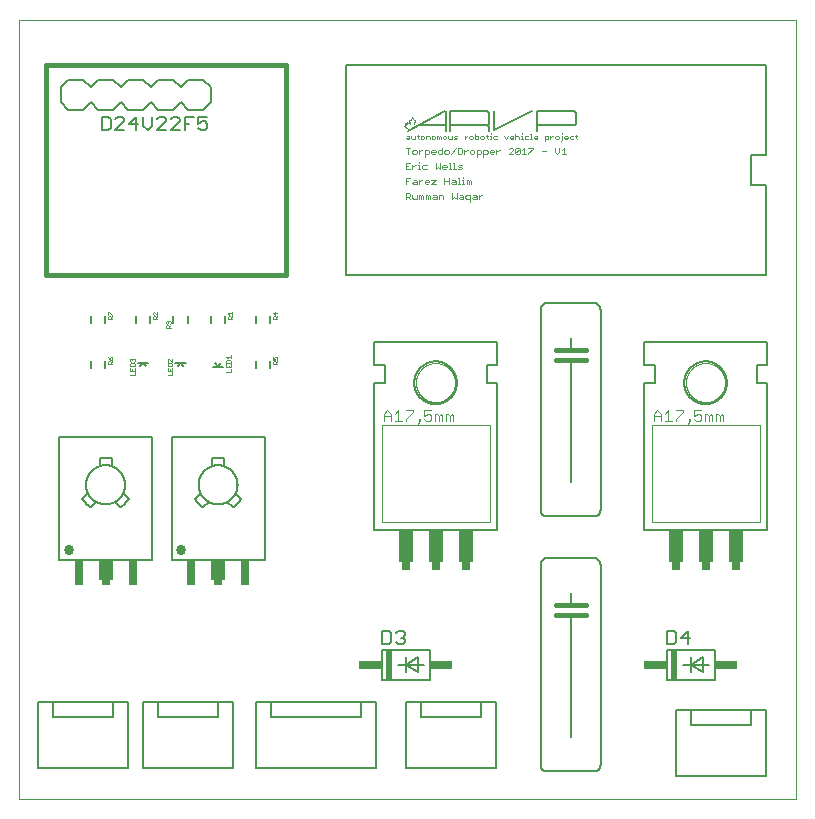
<source format=gto>
G75*
%MOIN*%
%OFA0B0*%
%FSLAX25Y25*%
%IPPOS*%
%LPD*%
%AMOC8*
5,1,8,0,0,1.08239X$1,22.5*
%
%ADD10C,0.00000*%
%ADD11C,0.00200*%
%ADD12C,0.01600*%
%ADD13C,0.00600*%
%ADD14C,0.00800*%
%ADD15C,0.00500*%
%ADD16R,0.02000X0.10000*%
%ADD17R,0.07500X0.03000*%
%ADD18C,0.00100*%
%ADD19C,0.00400*%
%ADD20R,0.03000X0.02500*%
%ADD21R,0.05000X0.11000*%
%ADD22C,0.03400*%
%ADD23R,0.05000X0.07000*%
%ADD24R,0.03000X0.08500*%
D10*
X0003099Y0001839D02*
X0261800Y0001839D01*
X0261800Y0261800D01*
X0003099Y0261800D01*
X0003099Y0001839D01*
X0025300Y0106800D02*
X0025302Y0106961D01*
X0025308Y0107121D01*
X0025318Y0107282D01*
X0025332Y0107442D01*
X0025350Y0107602D01*
X0025371Y0107761D01*
X0025397Y0107920D01*
X0025427Y0108078D01*
X0025460Y0108235D01*
X0025498Y0108392D01*
X0025539Y0108547D01*
X0025584Y0108701D01*
X0025633Y0108854D01*
X0025686Y0109006D01*
X0025742Y0109157D01*
X0025803Y0109306D01*
X0025866Y0109454D01*
X0025934Y0109600D01*
X0026005Y0109744D01*
X0026079Y0109886D01*
X0026157Y0110027D01*
X0026239Y0110165D01*
X0026324Y0110302D01*
X0026412Y0110436D01*
X0026504Y0110568D01*
X0026599Y0110698D01*
X0026697Y0110826D01*
X0026798Y0110951D01*
X0026902Y0111073D01*
X0027009Y0111193D01*
X0027119Y0111310D01*
X0027232Y0111425D01*
X0027348Y0111536D01*
X0027467Y0111645D01*
X0027588Y0111750D01*
X0027712Y0111853D01*
X0027838Y0111953D01*
X0027966Y0112049D01*
X0028097Y0112142D01*
X0028231Y0112232D01*
X0028366Y0112319D01*
X0028504Y0112402D01*
X0028643Y0112482D01*
X0028785Y0112558D01*
X0028928Y0112631D01*
X0029073Y0112700D01*
X0029220Y0112766D01*
X0029368Y0112828D01*
X0029518Y0112886D01*
X0029669Y0112941D01*
X0029822Y0112992D01*
X0029976Y0113039D01*
X0030131Y0113082D01*
X0030287Y0113121D01*
X0030443Y0113157D01*
X0030601Y0113188D01*
X0030759Y0113216D01*
X0030918Y0113240D01*
X0031078Y0113260D01*
X0031238Y0113276D01*
X0031398Y0113288D01*
X0031559Y0113296D01*
X0031720Y0113300D01*
X0031880Y0113300D01*
X0032041Y0113296D01*
X0032202Y0113288D01*
X0032362Y0113276D01*
X0032522Y0113260D01*
X0032682Y0113240D01*
X0032841Y0113216D01*
X0032999Y0113188D01*
X0033157Y0113157D01*
X0033313Y0113121D01*
X0033469Y0113082D01*
X0033624Y0113039D01*
X0033778Y0112992D01*
X0033931Y0112941D01*
X0034082Y0112886D01*
X0034232Y0112828D01*
X0034380Y0112766D01*
X0034527Y0112700D01*
X0034672Y0112631D01*
X0034815Y0112558D01*
X0034957Y0112482D01*
X0035096Y0112402D01*
X0035234Y0112319D01*
X0035369Y0112232D01*
X0035503Y0112142D01*
X0035634Y0112049D01*
X0035762Y0111953D01*
X0035888Y0111853D01*
X0036012Y0111750D01*
X0036133Y0111645D01*
X0036252Y0111536D01*
X0036368Y0111425D01*
X0036481Y0111310D01*
X0036591Y0111193D01*
X0036698Y0111073D01*
X0036802Y0110951D01*
X0036903Y0110826D01*
X0037001Y0110698D01*
X0037096Y0110568D01*
X0037188Y0110436D01*
X0037276Y0110302D01*
X0037361Y0110165D01*
X0037443Y0110027D01*
X0037521Y0109886D01*
X0037595Y0109744D01*
X0037666Y0109600D01*
X0037734Y0109454D01*
X0037797Y0109306D01*
X0037858Y0109157D01*
X0037914Y0109006D01*
X0037967Y0108854D01*
X0038016Y0108701D01*
X0038061Y0108547D01*
X0038102Y0108392D01*
X0038140Y0108235D01*
X0038173Y0108078D01*
X0038203Y0107920D01*
X0038229Y0107761D01*
X0038250Y0107602D01*
X0038268Y0107442D01*
X0038282Y0107282D01*
X0038292Y0107121D01*
X0038298Y0106961D01*
X0038300Y0106800D01*
X0038298Y0106639D01*
X0038292Y0106479D01*
X0038282Y0106318D01*
X0038268Y0106158D01*
X0038250Y0105998D01*
X0038229Y0105839D01*
X0038203Y0105680D01*
X0038173Y0105522D01*
X0038140Y0105365D01*
X0038102Y0105208D01*
X0038061Y0105053D01*
X0038016Y0104899D01*
X0037967Y0104746D01*
X0037914Y0104594D01*
X0037858Y0104443D01*
X0037797Y0104294D01*
X0037734Y0104146D01*
X0037666Y0104000D01*
X0037595Y0103856D01*
X0037521Y0103714D01*
X0037443Y0103573D01*
X0037361Y0103435D01*
X0037276Y0103298D01*
X0037188Y0103164D01*
X0037096Y0103032D01*
X0037001Y0102902D01*
X0036903Y0102774D01*
X0036802Y0102649D01*
X0036698Y0102527D01*
X0036591Y0102407D01*
X0036481Y0102290D01*
X0036368Y0102175D01*
X0036252Y0102064D01*
X0036133Y0101955D01*
X0036012Y0101850D01*
X0035888Y0101747D01*
X0035762Y0101647D01*
X0035634Y0101551D01*
X0035503Y0101458D01*
X0035369Y0101368D01*
X0035234Y0101281D01*
X0035096Y0101198D01*
X0034957Y0101118D01*
X0034815Y0101042D01*
X0034672Y0100969D01*
X0034527Y0100900D01*
X0034380Y0100834D01*
X0034232Y0100772D01*
X0034082Y0100714D01*
X0033931Y0100659D01*
X0033778Y0100608D01*
X0033624Y0100561D01*
X0033469Y0100518D01*
X0033313Y0100479D01*
X0033157Y0100443D01*
X0032999Y0100412D01*
X0032841Y0100384D01*
X0032682Y0100360D01*
X0032522Y0100340D01*
X0032362Y0100324D01*
X0032202Y0100312D01*
X0032041Y0100304D01*
X0031880Y0100300D01*
X0031720Y0100300D01*
X0031559Y0100304D01*
X0031398Y0100312D01*
X0031238Y0100324D01*
X0031078Y0100340D01*
X0030918Y0100360D01*
X0030759Y0100384D01*
X0030601Y0100412D01*
X0030443Y0100443D01*
X0030287Y0100479D01*
X0030131Y0100518D01*
X0029976Y0100561D01*
X0029822Y0100608D01*
X0029669Y0100659D01*
X0029518Y0100714D01*
X0029368Y0100772D01*
X0029220Y0100834D01*
X0029073Y0100900D01*
X0028928Y0100969D01*
X0028785Y0101042D01*
X0028643Y0101118D01*
X0028504Y0101198D01*
X0028366Y0101281D01*
X0028231Y0101368D01*
X0028097Y0101458D01*
X0027966Y0101551D01*
X0027838Y0101647D01*
X0027712Y0101747D01*
X0027588Y0101850D01*
X0027467Y0101955D01*
X0027348Y0102064D01*
X0027232Y0102175D01*
X0027119Y0102290D01*
X0027009Y0102407D01*
X0026902Y0102527D01*
X0026798Y0102649D01*
X0026697Y0102774D01*
X0026599Y0102902D01*
X0026504Y0103032D01*
X0026412Y0103164D01*
X0026324Y0103298D01*
X0026239Y0103435D01*
X0026157Y0103573D01*
X0026079Y0103714D01*
X0026005Y0103856D01*
X0025934Y0104000D01*
X0025866Y0104146D01*
X0025803Y0104294D01*
X0025742Y0104443D01*
X0025686Y0104594D01*
X0025633Y0104746D01*
X0025584Y0104899D01*
X0025539Y0105053D01*
X0025498Y0105208D01*
X0025460Y0105365D01*
X0025427Y0105522D01*
X0025397Y0105680D01*
X0025371Y0105839D01*
X0025350Y0105998D01*
X0025332Y0106158D01*
X0025318Y0106318D01*
X0025308Y0106479D01*
X0025302Y0106639D01*
X0025300Y0106800D01*
X0062800Y0106800D02*
X0062802Y0106961D01*
X0062808Y0107121D01*
X0062818Y0107282D01*
X0062832Y0107442D01*
X0062850Y0107602D01*
X0062871Y0107761D01*
X0062897Y0107920D01*
X0062927Y0108078D01*
X0062960Y0108235D01*
X0062998Y0108392D01*
X0063039Y0108547D01*
X0063084Y0108701D01*
X0063133Y0108854D01*
X0063186Y0109006D01*
X0063242Y0109157D01*
X0063303Y0109306D01*
X0063366Y0109454D01*
X0063434Y0109600D01*
X0063505Y0109744D01*
X0063579Y0109886D01*
X0063657Y0110027D01*
X0063739Y0110165D01*
X0063824Y0110302D01*
X0063912Y0110436D01*
X0064004Y0110568D01*
X0064099Y0110698D01*
X0064197Y0110826D01*
X0064298Y0110951D01*
X0064402Y0111073D01*
X0064509Y0111193D01*
X0064619Y0111310D01*
X0064732Y0111425D01*
X0064848Y0111536D01*
X0064967Y0111645D01*
X0065088Y0111750D01*
X0065212Y0111853D01*
X0065338Y0111953D01*
X0065466Y0112049D01*
X0065597Y0112142D01*
X0065731Y0112232D01*
X0065866Y0112319D01*
X0066004Y0112402D01*
X0066143Y0112482D01*
X0066285Y0112558D01*
X0066428Y0112631D01*
X0066573Y0112700D01*
X0066720Y0112766D01*
X0066868Y0112828D01*
X0067018Y0112886D01*
X0067169Y0112941D01*
X0067322Y0112992D01*
X0067476Y0113039D01*
X0067631Y0113082D01*
X0067787Y0113121D01*
X0067943Y0113157D01*
X0068101Y0113188D01*
X0068259Y0113216D01*
X0068418Y0113240D01*
X0068578Y0113260D01*
X0068738Y0113276D01*
X0068898Y0113288D01*
X0069059Y0113296D01*
X0069220Y0113300D01*
X0069380Y0113300D01*
X0069541Y0113296D01*
X0069702Y0113288D01*
X0069862Y0113276D01*
X0070022Y0113260D01*
X0070182Y0113240D01*
X0070341Y0113216D01*
X0070499Y0113188D01*
X0070657Y0113157D01*
X0070813Y0113121D01*
X0070969Y0113082D01*
X0071124Y0113039D01*
X0071278Y0112992D01*
X0071431Y0112941D01*
X0071582Y0112886D01*
X0071732Y0112828D01*
X0071880Y0112766D01*
X0072027Y0112700D01*
X0072172Y0112631D01*
X0072315Y0112558D01*
X0072457Y0112482D01*
X0072596Y0112402D01*
X0072734Y0112319D01*
X0072869Y0112232D01*
X0073003Y0112142D01*
X0073134Y0112049D01*
X0073262Y0111953D01*
X0073388Y0111853D01*
X0073512Y0111750D01*
X0073633Y0111645D01*
X0073752Y0111536D01*
X0073868Y0111425D01*
X0073981Y0111310D01*
X0074091Y0111193D01*
X0074198Y0111073D01*
X0074302Y0110951D01*
X0074403Y0110826D01*
X0074501Y0110698D01*
X0074596Y0110568D01*
X0074688Y0110436D01*
X0074776Y0110302D01*
X0074861Y0110165D01*
X0074943Y0110027D01*
X0075021Y0109886D01*
X0075095Y0109744D01*
X0075166Y0109600D01*
X0075234Y0109454D01*
X0075297Y0109306D01*
X0075358Y0109157D01*
X0075414Y0109006D01*
X0075467Y0108854D01*
X0075516Y0108701D01*
X0075561Y0108547D01*
X0075602Y0108392D01*
X0075640Y0108235D01*
X0075673Y0108078D01*
X0075703Y0107920D01*
X0075729Y0107761D01*
X0075750Y0107602D01*
X0075768Y0107442D01*
X0075782Y0107282D01*
X0075792Y0107121D01*
X0075798Y0106961D01*
X0075800Y0106800D01*
X0075798Y0106639D01*
X0075792Y0106479D01*
X0075782Y0106318D01*
X0075768Y0106158D01*
X0075750Y0105998D01*
X0075729Y0105839D01*
X0075703Y0105680D01*
X0075673Y0105522D01*
X0075640Y0105365D01*
X0075602Y0105208D01*
X0075561Y0105053D01*
X0075516Y0104899D01*
X0075467Y0104746D01*
X0075414Y0104594D01*
X0075358Y0104443D01*
X0075297Y0104294D01*
X0075234Y0104146D01*
X0075166Y0104000D01*
X0075095Y0103856D01*
X0075021Y0103714D01*
X0074943Y0103573D01*
X0074861Y0103435D01*
X0074776Y0103298D01*
X0074688Y0103164D01*
X0074596Y0103032D01*
X0074501Y0102902D01*
X0074403Y0102774D01*
X0074302Y0102649D01*
X0074198Y0102527D01*
X0074091Y0102407D01*
X0073981Y0102290D01*
X0073868Y0102175D01*
X0073752Y0102064D01*
X0073633Y0101955D01*
X0073512Y0101850D01*
X0073388Y0101747D01*
X0073262Y0101647D01*
X0073134Y0101551D01*
X0073003Y0101458D01*
X0072869Y0101368D01*
X0072734Y0101281D01*
X0072596Y0101198D01*
X0072457Y0101118D01*
X0072315Y0101042D01*
X0072172Y0100969D01*
X0072027Y0100900D01*
X0071880Y0100834D01*
X0071732Y0100772D01*
X0071582Y0100714D01*
X0071431Y0100659D01*
X0071278Y0100608D01*
X0071124Y0100561D01*
X0070969Y0100518D01*
X0070813Y0100479D01*
X0070657Y0100443D01*
X0070499Y0100412D01*
X0070341Y0100384D01*
X0070182Y0100360D01*
X0070022Y0100340D01*
X0069862Y0100324D01*
X0069702Y0100312D01*
X0069541Y0100304D01*
X0069380Y0100300D01*
X0069220Y0100300D01*
X0069059Y0100304D01*
X0068898Y0100312D01*
X0068738Y0100324D01*
X0068578Y0100340D01*
X0068418Y0100360D01*
X0068259Y0100384D01*
X0068101Y0100412D01*
X0067943Y0100443D01*
X0067787Y0100479D01*
X0067631Y0100518D01*
X0067476Y0100561D01*
X0067322Y0100608D01*
X0067169Y0100659D01*
X0067018Y0100714D01*
X0066868Y0100772D01*
X0066720Y0100834D01*
X0066573Y0100900D01*
X0066428Y0100969D01*
X0066285Y0101042D01*
X0066143Y0101118D01*
X0066004Y0101198D01*
X0065866Y0101281D01*
X0065731Y0101368D01*
X0065597Y0101458D01*
X0065466Y0101551D01*
X0065338Y0101647D01*
X0065212Y0101747D01*
X0065088Y0101850D01*
X0064967Y0101955D01*
X0064848Y0102064D01*
X0064732Y0102175D01*
X0064619Y0102290D01*
X0064509Y0102407D01*
X0064402Y0102527D01*
X0064298Y0102649D01*
X0064197Y0102774D01*
X0064099Y0102902D01*
X0064004Y0103032D01*
X0063912Y0103164D01*
X0063824Y0103298D01*
X0063739Y0103435D01*
X0063657Y0103573D01*
X0063579Y0103714D01*
X0063505Y0103856D01*
X0063434Y0104000D01*
X0063366Y0104146D01*
X0063303Y0104294D01*
X0063242Y0104443D01*
X0063186Y0104594D01*
X0063133Y0104746D01*
X0063084Y0104899D01*
X0063039Y0105053D01*
X0062998Y0105208D01*
X0062960Y0105365D01*
X0062927Y0105522D01*
X0062897Y0105680D01*
X0062871Y0105839D01*
X0062850Y0105998D01*
X0062832Y0106158D01*
X0062818Y0106318D01*
X0062808Y0106479D01*
X0062802Y0106639D01*
X0062800Y0106800D01*
X0135300Y0140800D02*
X0135302Y0140961D01*
X0135308Y0141121D01*
X0135318Y0141282D01*
X0135332Y0141442D01*
X0135350Y0141602D01*
X0135371Y0141761D01*
X0135397Y0141920D01*
X0135427Y0142078D01*
X0135460Y0142235D01*
X0135498Y0142392D01*
X0135539Y0142547D01*
X0135584Y0142701D01*
X0135633Y0142854D01*
X0135686Y0143006D01*
X0135742Y0143157D01*
X0135803Y0143306D01*
X0135866Y0143454D01*
X0135934Y0143600D01*
X0136005Y0143744D01*
X0136079Y0143886D01*
X0136157Y0144027D01*
X0136239Y0144165D01*
X0136324Y0144302D01*
X0136412Y0144436D01*
X0136504Y0144568D01*
X0136599Y0144698D01*
X0136697Y0144826D01*
X0136798Y0144951D01*
X0136902Y0145073D01*
X0137009Y0145193D01*
X0137119Y0145310D01*
X0137232Y0145425D01*
X0137348Y0145536D01*
X0137467Y0145645D01*
X0137588Y0145750D01*
X0137712Y0145853D01*
X0137838Y0145953D01*
X0137966Y0146049D01*
X0138097Y0146142D01*
X0138231Y0146232D01*
X0138366Y0146319D01*
X0138504Y0146402D01*
X0138643Y0146482D01*
X0138785Y0146558D01*
X0138928Y0146631D01*
X0139073Y0146700D01*
X0139220Y0146766D01*
X0139368Y0146828D01*
X0139518Y0146886D01*
X0139669Y0146941D01*
X0139822Y0146992D01*
X0139976Y0147039D01*
X0140131Y0147082D01*
X0140287Y0147121D01*
X0140443Y0147157D01*
X0140601Y0147188D01*
X0140759Y0147216D01*
X0140918Y0147240D01*
X0141078Y0147260D01*
X0141238Y0147276D01*
X0141398Y0147288D01*
X0141559Y0147296D01*
X0141720Y0147300D01*
X0141880Y0147300D01*
X0142041Y0147296D01*
X0142202Y0147288D01*
X0142362Y0147276D01*
X0142522Y0147260D01*
X0142682Y0147240D01*
X0142841Y0147216D01*
X0142999Y0147188D01*
X0143157Y0147157D01*
X0143313Y0147121D01*
X0143469Y0147082D01*
X0143624Y0147039D01*
X0143778Y0146992D01*
X0143931Y0146941D01*
X0144082Y0146886D01*
X0144232Y0146828D01*
X0144380Y0146766D01*
X0144527Y0146700D01*
X0144672Y0146631D01*
X0144815Y0146558D01*
X0144957Y0146482D01*
X0145096Y0146402D01*
X0145234Y0146319D01*
X0145369Y0146232D01*
X0145503Y0146142D01*
X0145634Y0146049D01*
X0145762Y0145953D01*
X0145888Y0145853D01*
X0146012Y0145750D01*
X0146133Y0145645D01*
X0146252Y0145536D01*
X0146368Y0145425D01*
X0146481Y0145310D01*
X0146591Y0145193D01*
X0146698Y0145073D01*
X0146802Y0144951D01*
X0146903Y0144826D01*
X0147001Y0144698D01*
X0147096Y0144568D01*
X0147188Y0144436D01*
X0147276Y0144302D01*
X0147361Y0144165D01*
X0147443Y0144027D01*
X0147521Y0143886D01*
X0147595Y0143744D01*
X0147666Y0143600D01*
X0147734Y0143454D01*
X0147797Y0143306D01*
X0147858Y0143157D01*
X0147914Y0143006D01*
X0147967Y0142854D01*
X0148016Y0142701D01*
X0148061Y0142547D01*
X0148102Y0142392D01*
X0148140Y0142235D01*
X0148173Y0142078D01*
X0148203Y0141920D01*
X0148229Y0141761D01*
X0148250Y0141602D01*
X0148268Y0141442D01*
X0148282Y0141282D01*
X0148292Y0141121D01*
X0148298Y0140961D01*
X0148300Y0140800D01*
X0148298Y0140639D01*
X0148292Y0140479D01*
X0148282Y0140318D01*
X0148268Y0140158D01*
X0148250Y0139998D01*
X0148229Y0139839D01*
X0148203Y0139680D01*
X0148173Y0139522D01*
X0148140Y0139365D01*
X0148102Y0139208D01*
X0148061Y0139053D01*
X0148016Y0138899D01*
X0147967Y0138746D01*
X0147914Y0138594D01*
X0147858Y0138443D01*
X0147797Y0138294D01*
X0147734Y0138146D01*
X0147666Y0138000D01*
X0147595Y0137856D01*
X0147521Y0137714D01*
X0147443Y0137573D01*
X0147361Y0137435D01*
X0147276Y0137298D01*
X0147188Y0137164D01*
X0147096Y0137032D01*
X0147001Y0136902D01*
X0146903Y0136774D01*
X0146802Y0136649D01*
X0146698Y0136527D01*
X0146591Y0136407D01*
X0146481Y0136290D01*
X0146368Y0136175D01*
X0146252Y0136064D01*
X0146133Y0135955D01*
X0146012Y0135850D01*
X0145888Y0135747D01*
X0145762Y0135647D01*
X0145634Y0135551D01*
X0145503Y0135458D01*
X0145369Y0135368D01*
X0145234Y0135281D01*
X0145096Y0135198D01*
X0144957Y0135118D01*
X0144815Y0135042D01*
X0144672Y0134969D01*
X0144527Y0134900D01*
X0144380Y0134834D01*
X0144232Y0134772D01*
X0144082Y0134714D01*
X0143931Y0134659D01*
X0143778Y0134608D01*
X0143624Y0134561D01*
X0143469Y0134518D01*
X0143313Y0134479D01*
X0143157Y0134443D01*
X0142999Y0134412D01*
X0142841Y0134384D01*
X0142682Y0134360D01*
X0142522Y0134340D01*
X0142362Y0134324D01*
X0142202Y0134312D01*
X0142041Y0134304D01*
X0141880Y0134300D01*
X0141720Y0134300D01*
X0141559Y0134304D01*
X0141398Y0134312D01*
X0141238Y0134324D01*
X0141078Y0134340D01*
X0140918Y0134360D01*
X0140759Y0134384D01*
X0140601Y0134412D01*
X0140443Y0134443D01*
X0140287Y0134479D01*
X0140131Y0134518D01*
X0139976Y0134561D01*
X0139822Y0134608D01*
X0139669Y0134659D01*
X0139518Y0134714D01*
X0139368Y0134772D01*
X0139220Y0134834D01*
X0139073Y0134900D01*
X0138928Y0134969D01*
X0138785Y0135042D01*
X0138643Y0135118D01*
X0138504Y0135198D01*
X0138366Y0135281D01*
X0138231Y0135368D01*
X0138097Y0135458D01*
X0137966Y0135551D01*
X0137838Y0135647D01*
X0137712Y0135747D01*
X0137588Y0135850D01*
X0137467Y0135955D01*
X0137348Y0136064D01*
X0137232Y0136175D01*
X0137119Y0136290D01*
X0137009Y0136407D01*
X0136902Y0136527D01*
X0136798Y0136649D01*
X0136697Y0136774D01*
X0136599Y0136902D01*
X0136504Y0137032D01*
X0136412Y0137164D01*
X0136324Y0137298D01*
X0136239Y0137435D01*
X0136157Y0137573D01*
X0136079Y0137714D01*
X0136005Y0137856D01*
X0135934Y0138000D01*
X0135866Y0138146D01*
X0135803Y0138294D01*
X0135742Y0138443D01*
X0135686Y0138594D01*
X0135633Y0138746D01*
X0135584Y0138899D01*
X0135539Y0139053D01*
X0135498Y0139208D01*
X0135460Y0139365D01*
X0135427Y0139522D01*
X0135397Y0139680D01*
X0135371Y0139839D01*
X0135350Y0139998D01*
X0135332Y0140158D01*
X0135318Y0140318D01*
X0135308Y0140479D01*
X0135302Y0140639D01*
X0135300Y0140800D01*
X0225300Y0140800D02*
X0225302Y0140961D01*
X0225308Y0141121D01*
X0225318Y0141282D01*
X0225332Y0141442D01*
X0225350Y0141602D01*
X0225371Y0141761D01*
X0225397Y0141920D01*
X0225427Y0142078D01*
X0225460Y0142235D01*
X0225498Y0142392D01*
X0225539Y0142547D01*
X0225584Y0142701D01*
X0225633Y0142854D01*
X0225686Y0143006D01*
X0225742Y0143157D01*
X0225803Y0143306D01*
X0225866Y0143454D01*
X0225934Y0143600D01*
X0226005Y0143744D01*
X0226079Y0143886D01*
X0226157Y0144027D01*
X0226239Y0144165D01*
X0226324Y0144302D01*
X0226412Y0144436D01*
X0226504Y0144568D01*
X0226599Y0144698D01*
X0226697Y0144826D01*
X0226798Y0144951D01*
X0226902Y0145073D01*
X0227009Y0145193D01*
X0227119Y0145310D01*
X0227232Y0145425D01*
X0227348Y0145536D01*
X0227467Y0145645D01*
X0227588Y0145750D01*
X0227712Y0145853D01*
X0227838Y0145953D01*
X0227966Y0146049D01*
X0228097Y0146142D01*
X0228231Y0146232D01*
X0228366Y0146319D01*
X0228504Y0146402D01*
X0228643Y0146482D01*
X0228785Y0146558D01*
X0228928Y0146631D01*
X0229073Y0146700D01*
X0229220Y0146766D01*
X0229368Y0146828D01*
X0229518Y0146886D01*
X0229669Y0146941D01*
X0229822Y0146992D01*
X0229976Y0147039D01*
X0230131Y0147082D01*
X0230287Y0147121D01*
X0230443Y0147157D01*
X0230601Y0147188D01*
X0230759Y0147216D01*
X0230918Y0147240D01*
X0231078Y0147260D01*
X0231238Y0147276D01*
X0231398Y0147288D01*
X0231559Y0147296D01*
X0231720Y0147300D01*
X0231880Y0147300D01*
X0232041Y0147296D01*
X0232202Y0147288D01*
X0232362Y0147276D01*
X0232522Y0147260D01*
X0232682Y0147240D01*
X0232841Y0147216D01*
X0232999Y0147188D01*
X0233157Y0147157D01*
X0233313Y0147121D01*
X0233469Y0147082D01*
X0233624Y0147039D01*
X0233778Y0146992D01*
X0233931Y0146941D01*
X0234082Y0146886D01*
X0234232Y0146828D01*
X0234380Y0146766D01*
X0234527Y0146700D01*
X0234672Y0146631D01*
X0234815Y0146558D01*
X0234957Y0146482D01*
X0235096Y0146402D01*
X0235234Y0146319D01*
X0235369Y0146232D01*
X0235503Y0146142D01*
X0235634Y0146049D01*
X0235762Y0145953D01*
X0235888Y0145853D01*
X0236012Y0145750D01*
X0236133Y0145645D01*
X0236252Y0145536D01*
X0236368Y0145425D01*
X0236481Y0145310D01*
X0236591Y0145193D01*
X0236698Y0145073D01*
X0236802Y0144951D01*
X0236903Y0144826D01*
X0237001Y0144698D01*
X0237096Y0144568D01*
X0237188Y0144436D01*
X0237276Y0144302D01*
X0237361Y0144165D01*
X0237443Y0144027D01*
X0237521Y0143886D01*
X0237595Y0143744D01*
X0237666Y0143600D01*
X0237734Y0143454D01*
X0237797Y0143306D01*
X0237858Y0143157D01*
X0237914Y0143006D01*
X0237967Y0142854D01*
X0238016Y0142701D01*
X0238061Y0142547D01*
X0238102Y0142392D01*
X0238140Y0142235D01*
X0238173Y0142078D01*
X0238203Y0141920D01*
X0238229Y0141761D01*
X0238250Y0141602D01*
X0238268Y0141442D01*
X0238282Y0141282D01*
X0238292Y0141121D01*
X0238298Y0140961D01*
X0238300Y0140800D01*
X0238298Y0140639D01*
X0238292Y0140479D01*
X0238282Y0140318D01*
X0238268Y0140158D01*
X0238250Y0139998D01*
X0238229Y0139839D01*
X0238203Y0139680D01*
X0238173Y0139522D01*
X0238140Y0139365D01*
X0238102Y0139208D01*
X0238061Y0139053D01*
X0238016Y0138899D01*
X0237967Y0138746D01*
X0237914Y0138594D01*
X0237858Y0138443D01*
X0237797Y0138294D01*
X0237734Y0138146D01*
X0237666Y0138000D01*
X0237595Y0137856D01*
X0237521Y0137714D01*
X0237443Y0137573D01*
X0237361Y0137435D01*
X0237276Y0137298D01*
X0237188Y0137164D01*
X0237096Y0137032D01*
X0237001Y0136902D01*
X0236903Y0136774D01*
X0236802Y0136649D01*
X0236698Y0136527D01*
X0236591Y0136407D01*
X0236481Y0136290D01*
X0236368Y0136175D01*
X0236252Y0136064D01*
X0236133Y0135955D01*
X0236012Y0135850D01*
X0235888Y0135747D01*
X0235762Y0135647D01*
X0235634Y0135551D01*
X0235503Y0135458D01*
X0235369Y0135368D01*
X0235234Y0135281D01*
X0235096Y0135198D01*
X0234957Y0135118D01*
X0234815Y0135042D01*
X0234672Y0134969D01*
X0234527Y0134900D01*
X0234380Y0134834D01*
X0234232Y0134772D01*
X0234082Y0134714D01*
X0233931Y0134659D01*
X0233778Y0134608D01*
X0233624Y0134561D01*
X0233469Y0134518D01*
X0233313Y0134479D01*
X0233157Y0134443D01*
X0232999Y0134412D01*
X0232841Y0134384D01*
X0232682Y0134360D01*
X0232522Y0134340D01*
X0232362Y0134324D01*
X0232202Y0134312D01*
X0232041Y0134304D01*
X0231880Y0134300D01*
X0231720Y0134300D01*
X0231559Y0134304D01*
X0231398Y0134312D01*
X0231238Y0134324D01*
X0231078Y0134340D01*
X0230918Y0134360D01*
X0230759Y0134384D01*
X0230601Y0134412D01*
X0230443Y0134443D01*
X0230287Y0134479D01*
X0230131Y0134518D01*
X0229976Y0134561D01*
X0229822Y0134608D01*
X0229669Y0134659D01*
X0229518Y0134714D01*
X0229368Y0134772D01*
X0229220Y0134834D01*
X0229073Y0134900D01*
X0228928Y0134969D01*
X0228785Y0135042D01*
X0228643Y0135118D01*
X0228504Y0135198D01*
X0228366Y0135281D01*
X0228231Y0135368D01*
X0228097Y0135458D01*
X0227966Y0135551D01*
X0227838Y0135647D01*
X0227712Y0135747D01*
X0227588Y0135850D01*
X0227467Y0135955D01*
X0227348Y0136064D01*
X0227232Y0136175D01*
X0227119Y0136290D01*
X0227009Y0136407D01*
X0226902Y0136527D01*
X0226798Y0136649D01*
X0226697Y0136774D01*
X0226599Y0136902D01*
X0226504Y0137032D01*
X0226412Y0137164D01*
X0226324Y0137298D01*
X0226239Y0137435D01*
X0226157Y0137573D01*
X0226079Y0137714D01*
X0226005Y0137856D01*
X0225934Y0138000D01*
X0225866Y0138146D01*
X0225803Y0138294D01*
X0225742Y0138443D01*
X0225686Y0138594D01*
X0225633Y0138746D01*
X0225584Y0138899D01*
X0225539Y0139053D01*
X0225498Y0139208D01*
X0225460Y0139365D01*
X0225427Y0139522D01*
X0225397Y0139680D01*
X0225371Y0139839D01*
X0225350Y0139998D01*
X0225332Y0140158D01*
X0225318Y0140318D01*
X0225308Y0140479D01*
X0225302Y0140639D01*
X0225300Y0140800D01*
D11*
X0213800Y0126800D02*
X0213800Y0094300D01*
X0249800Y0094300D01*
X0249800Y0126800D01*
X0213800Y0126800D01*
X0159800Y0126800D02*
X0159800Y0094300D01*
X0123800Y0094300D01*
X0123800Y0126800D01*
X0159800Y0126800D01*
X0153257Y0201166D02*
X0153257Y0203368D01*
X0152156Y0203368D01*
X0151789Y0203001D01*
X0151789Y0202267D01*
X0152156Y0201900D01*
X0153257Y0201900D01*
X0153999Y0202267D02*
X0154366Y0202634D01*
X0155467Y0202634D01*
X0155467Y0203001D02*
X0155467Y0201900D01*
X0154366Y0201900D01*
X0153999Y0202267D01*
X0154366Y0203368D02*
X0155100Y0203368D01*
X0155467Y0203001D01*
X0156209Y0203368D02*
X0156209Y0201900D01*
X0156209Y0202634D02*
X0156943Y0203368D01*
X0157310Y0203368D01*
X0153625Y0206900D02*
X0153625Y0208001D01*
X0153258Y0208368D01*
X0152891Y0208001D01*
X0152891Y0206900D01*
X0152157Y0206900D02*
X0152157Y0208368D01*
X0152524Y0208368D01*
X0152891Y0208001D01*
X0151418Y0206900D02*
X0150684Y0206900D01*
X0151051Y0206900D02*
X0151051Y0208368D01*
X0150684Y0208368D01*
X0151051Y0209102D02*
X0151051Y0209469D01*
X0149578Y0209102D02*
X0149578Y0206900D01*
X0149211Y0206900D02*
X0149945Y0206900D01*
X0148469Y0206900D02*
X0147368Y0206900D01*
X0147001Y0207267D01*
X0147368Y0207634D01*
X0148469Y0207634D01*
X0148469Y0208001D02*
X0148469Y0206900D01*
X0148469Y0208001D02*
X0148102Y0208368D01*
X0147368Y0208368D01*
X0146259Y0208001D02*
X0144791Y0208001D01*
X0144791Y0206900D02*
X0144791Y0209102D01*
X0146259Y0209102D02*
X0146259Y0206900D01*
X0147369Y0204102D02*
X0147369Y0201900D01*
X0148103Y0202634D01*
X0148837Y0201900D01*
X0148837Y0204102D01*
X0149946Y0203368D02*
X0150680Y0203368D01*
X0151047Y0203001D01*
X0151047Y0201900D01*
X0149946Y0201900D01*
X0149579Y0202267D01*
X0149946Y0202634D01*
X0151047Y0202634D01*
X0149578Y0209102D02*
X0149211Y0209102D01*
X0149211Y0211900D02*
X0150312Y0211900D01*
X0150679Y0212267D01*
X0150312Y0212634D01*
X0149578Y0212634D01*
X0149211Y0213001D01*
X0149578Y0213368D01*
X0150679Y0213368D01*
X0148471Y0211900D02*
X0147737Y0211900D01*
X0148104Y0211900D02*
X0148104Y0214102D01*
X0147737Y0214102D01*
X0146631Y0214102D02*
X0146631Y0211900D01*
X0146264Y0211900D02*
X0146998Y0211900D01*
X0145522Y0212634D02*
X0144054Y0212634D01*
X0144054Y0213001D02*
X0144421Y0213368D01*
X0145155Y0213368D01*
X0145522Y0213001D01*
X0145522Y0212634D01*
X0145155Y0211900D02*
X0144421Y0211900D01*
X0144054Y0212267D01*
X0144054Y0213001D01*
X0143312Y0211900D02*
X0143312Y0214102D01*
X0141844Y0214102D02*
X0141844Y0211900D01*
X0142578Y0212634D01*
X0143312Y0211900D01*
X0146264Y0214102D02*
X0146631Y0214102D01*
X0147001Y0216900D02*
X0148469Y0219102D01*
X0149211Y0219102D02*
X0150312Y0219102D01*
X0150679Y0218735D01*
X0150679Y0217267D01*
X0150312Y0216900D01*
X0149211Y0216900D01*
X0149211Y0219102D01*
X0151421Y0218368D02*
X0151421Y0216900D01*
X0151421Y0217634D02*
X0152155Y0218368D01*
X0152522Y0218368D01*
X0153262Y0218001D02*
X0153262Y0217267D01*
X0153629Y0216900D01*
X0154363Y0216900D01*
X0154730Y0217267D01*
X0154730Y0218001D01*
X0154363Y0218368D01*
X0153629Y0218368D01*
X0153262Y0218001D01*
X0155472Y0218368D02*
X0156573Y0218368D01*
X0156940Y0218001D01*
X0156940Y0217267D01*
X0156573Y0216900D01*
X0155472Y0216900D01*
X0155472Y0216166D02*
X0155472Y0218368D01*
X0157682Y0218368D02*
X0158783Y0218368D01*
X0159150Y0218001D01*
X0159150Y0217267D01*
X0158783Y0216900D01*
X0157682Y0216900D01*
X0157682Y0216166D02*
X0157682Y0218368D01*
X0159892Y0218001D02*
X0160259Y0218368D01*
X0160993Y0218368D01*
X0161360Y0218001D01*
X0161360Y0217634D01*
X0159892Y0217634D01*
X0159892Y0217267D02*
X0159892Y0218001D01*
X0159892Y0217267D02*
X0160259Y0216900D01*
X0160993Y0216900D01*
X0162102Y0216900D02*
X0162102Y0218368D01*
X0162836Y0218368D02*
X0163203Y0218368D01*
X0162836Y0218368D02*
X0162102Y0217634D01*
X0166153Y0216900D02*
X0167621Y0218368D01*
X0167621Y0218735D01*
X0167254Y0219102D01*
X0166520Y0219102D01*
X0166153Y0218735D01*
X0166153Y0216900D02*
X0167621Y0216900D01*
X0168363Y0217267D02*
X0169831Y0218735D01*
X0169831Y0217267D01*
X0169464Y0216900D01*
X0168730Y0216900D01*
X0168363Y0217267D01*
X0168363Y0218735D01*
X0168730Y0219102D01*
X0169464Y0219102D01*
X0169831Y0218735D01*
X0170573Y0218368D02*
X0171307Y0219102D01*
X0171307Y0216900D01*
X0170573Y0216900D02*
X0172041Y0216900D01*
X0172783Y0216900D02*
X0172783Y0217267D01*
X0174251Y0218735D01*
X0174251Y0219102D01*
X0172783Y0219102D01*
X0172695Y0221900D02*
X0171794Y0221900D01*
X0171494Y0222200D01*
X0171494Y0222801D01*
X0171794Y0223101D01*
X0172695Y0223101D01*
X0173335Y0223702D02*
X0173636Y0223702D01*
X0173636Y0221900D01*
X0173936Y0221900D02*
X0173335Y0221900D01*
X0174563Y0222200D02*
X0174563Y0222801D01*
X0174863Y0223101D01*
X0175464Y0223101D01*
X0175764Y0222801D01*
X0175764Y0222501D01*
X0174563Y0222501D01*
X0174563Y0222200D02*
X0174863Y0221900D01*
X0175464Y0221900D01*
X0178246Y0221900D02*
X0179147Y0221900D01*
X0179447Y0222200D01*
X0179447Y0222801D01*
X0179147Y0223101D01*
X0178246Y0223101D01*
X0178246Y0221299D01*
X0180088Y0221900D02*
X0180088Y0223101D01*
X0180688Y0223101D02*
X0180989Y0223101D01*
X0180688Y0223101D02*
X0180088Y0222501D01*
X0181622Y0222801D02*
X0181622Y0222200D01*
X0181923Y0221900D01*
X0182523Y0221900D01*
X0182823Y0222200D01*
X0182823Y0222801D01*
X0182523Y0223101D01*
X0181923Y0223101D01*
X0181622Y0222801D01*
X0183464Y0221299D02*
X0183764Y0221299D01*
X0184064Y0221600D01*
X0184064Y0223101D01*
X0184064Y0223702D02*
X0184064Y0224002D01*
X0184992Y0223101D02*
X0185592Y0223101D01*
X0185893Y0222801D01*
X0185893Y0222501D01*
X0184692Y0222501D01*
X0184692Y0222801D02*
X0184992Y0223101D01*
X0184692Y0222801D02*
X0184692Y0222200D01*
X0184992Y0221900D01*
X0185592Y0221900D01*
X0186533Y0222200D02*
X0186833Y0221900D01*
X0187734Y0221900D01*
X0188675Y0222200D02*
X0188975Y0221900D01*
X0188675Y0222200D02*
X0188675Y0223401D01*
X0188375Y0223101D02*
X0188975Y0223101D01*
X0187734Y0223101D02*
X0186833Y0223101D01*
X0186533Y0222801D01*
X0186533Y0222200D01*
X0184566Y0219102D02*
X0184566Y0216900D01*
X0183832Y0216900D02*
X0185300Y0216900D01*
X0183832Y0218368D02*
X0184566Y0219102D01*
X0183090Y0219102D02*
X0183090Y0217634D01*
X0182356Y0216900D01*
X0181622Y0217634D01*
X0181622Y0219102D01*
X0178670Y0218001D02*
X0177203Y0218001D01*
X0170867Y0221900D02*
X0170266Y0221900D01*
X0170566Y0221900D02*
X0170566Y0223101D01*
X0170266Y0223101D01*
X0170566Y0223702D02*
X0170566Y0224002D01*
X0169626Y0222801D02*
X0169626Y0221900D01*
X0169626Y0222801D02*
X0169325Y0223101D01*
X0168725Y0223101D01*
X0168424Y0222801D01*
X0167784Y0222801D02*
X0167784Y0222501D01*
X0166583Y0222501D01*
X0166583Y0222801D02*
X0166883Y0223101D01*
X0167484Y0223101D01*
X0167784Y0222801D01*
X0167484Y0221900D02*
X0166883Y0221900D01*
X0166583Y0222200D01*
X0166583Y0222801D01*
X0165942Y0223101D02*
X0165342Y0221900D01*
X0164741Y0223101D01*
X0162259Y0223101D02*
X0161358Y0223101D01*
X0161058Y0222801D01*
X0161058Y0222200D01*
X0161358Y0221900D01*
X0162259Y0221900D01*
X0160431Y0221900D02*
X0159830Y0221900D01*
X0160131Y0221900D02*
X0160131Y0223101D01*
X0159830Y0223101D01*
X0159203Y0223101D02*
X0158603Y0223101D01*
X0158903Y0223401D02*
X0158903Y0222200D01*
X0159203Y0221900D01*
X0157962Y0222200D02*
X0157962Y0222801D01*
X0157662Y0223101D01*
X0157061Y0223101D01*
X0156761Y0222801D01*
X0156761Y0222200D01*
X0157061Y0221900D01*
X0157662Y0221900D01*
X0157962Y0222200D01*
X0156121Y0222200D02*
X0156121Y0222801D01*
X0155820Y0223101D01*
X0154920Y0223101D01*
X0154920Y0223702D02*
X0154920Y0221900D01*
X0155820Y0221900D01*
X0156121Y0222200D01*
X0154279Y0222200D02*
X0154279Y0222801D01*
X0153979Y0223101D01*
X0153378Y0223101D01*
X0153078Y0222801D01*
X0153078Y0222200D01*
X0153378Y0221900D01*
X0153979Y0221900D01*
X0154279Y0222200D01*
X0152444Y0223101D02*
X0152144Y0223101D01*
X0151543Y0222501D01*
X0151543Y0223101D02*
X0151543Y0221900D01*
X0149061Y0222200D02*
X0148761Y0222501D01*
X0148161Y0222501D01*
X0147860Y0222801D01*
X0148161Y0223101D01*
X0149061Y0223101D01*
X0149061Y0222200D02*
X0148761Y0221900D01*
X0147860Y0221900D01*
X0147220Y0221900D02*
X0147220Y0223101D01*
X0147220Y0221900D02*
X0146319Y0221900D01*
X0146019Y0222200D01*
X0146019Y0223101D01*
X0145378Y0222801D02*
X0145078Y0223101D01*
X0144477Y0223101D01*
X0144177Y0222801D01*
X0144177Y0222200D01*
X0144477Y0221900D01*
X0145078Y0221900D01*
X0145378Y0222200D01*
X0145378Y0222801D01*
X0143537Y0222801D02*
X0143537Y0221900D01*
X0142936Y0221900D02*
X0142936Y0222801D01*
X0143236Y0223101D01*
X0143537Y0222801D01*
X0142936Y0222801D02*
X0142636Y0223101D01*
X0142336Y0223101D01*
X0142336Y0221900D01*
X0141695Y0222200D02*
X0141695Y0222801D01*
X0141395Y0223101D01*
X0140794Y0223101D01*
X0140494Y0222801D01*
X0140494Y0222200D01*
X0140794Y0221900D01*
X0141395Y0221900D01*
X0141695Y0222200D01*
X0139853Y0221900D02*
X0139853Y0222801D01*
X0139553Y0223101D01*
X0138652Y0223101D01*
X0138652Y0221900D01*
X0138012Y0222200D02*
X0138012Y0222801D01*
X0137712Y0223101D01*
X0137111Y0223101D01*
X0136811Y0222801D01*
X0136811Y0222200D01*
X0137111Y0221900D01*
X0137712Y0221900D01*
X0138012Y0222200D01*
X0136184Y0221900D02*
X0135883Y0222200D01*
X0135883Y0223401D01*
X0135583Y0223101D02*
X0136184Y0223101D01*
X0134943Y0223101D02*
X0134943Y0221900D01*
X0134042Y0221900D01*
X0133742Y0222200D01*
X0133742Y0223101D01*
X0133101Y0222801D02*
X0133101Y0221900D01*
X0132200Y0221900D01*
X0131900Y0222200D01*
X0132200Y0222501D01*
X0133101Y0222501D01*
X0133101Y0222801D02*
X0132801Y0223101D01*
X0132200Y0223101D01*
X0132500Y0225500D02*
X0131300Y0226400D01*
X0131800Y0226600D01*
X0131500Y0227300D01*
X0132300Y0227100D01*
X0132400Y0227600D01*
X0133200Y0226900D01*
X0132800Y0228500D01*
X0133500Y0228200D01*
X0134000Y0229300D01*
X0134500Y0228200D01*
X0135100Y0228500D01*
X0134700Y0226900D01*
X0133368Y0219102D02*
X0131900Y0219102D01*
X0132634Y0219102D02*
X0132634Y0216900D01*
X0134110Y0217267D02*
X0134477Y0216900D01*
X0135211Y0216900D01*
X0135578Y0217267D01*
X0135578Y0218001D01*
X0135211Y0218368D01*
X0134477Y0218368D01*
X0134110Y0218001D01*
X0134110Y0217267D01*
X0136320Y0217634D02*
X0137054Y0218368D01*
X0137421Y0218368D01*
X0138161Y0218368D02*
X0139262Y0218368D01*
X0139629Y0218001D01*
X0139629Y0217267D01*
X0139262Y0216900D01*
X0138161Y0216900D01*
X0138161Y0216166D02*
X0138161Y0218368D01*
X0136320Y0218368D02*
X0136320Y0216900D01*
X0136318Y0214469D02*
X0136318Y0214102D01*
X0136318Y0213368D02*
X0136318Y0211900D01*
X0135951Y0211900D02*
X0136685Y0211900D01*
X0137425Y0212267D02*
X0137792Y0211900D01*
X0138893Y0211900D01*
X0138893Y0213368D02*
X0137792Y0213368D01*
X0137425Y0213001D01*
X0137425Y0212267D01*
X0136318Y0213368D02*
X0135951Y0213368D01*
X0135211Y0213368D02*
X0134844Y0213368D01*
X0134110Y0212634D01*
X0134110Y0211900D02*
X0134110Y0213368D01*
X0133368Y0214102D02*
X0131900Y0214102D01*
X0131900Y0211900D01*
X0133368Y0211900D01*
X0132634Y0213001D02*
X0131900Y0213001D01*
X0131900Y0209102D02*
X0133368Y0209102D01*
X0132634Y0208001D02*
X0131900Y0208001D01*
X0131900Y0206900D02*
X0131900Y0209102D01*
X0134477Y0208368D02*
X0135211Y0208368D01*
X0135578Y0208001D01*
X0135578Y0206900D01*
X0134477Y0206900D01*
X0134110Y0207267D01*
X0134477Y0207634D01*
X0135578Y0207634D01*
X0136320Y0207634D02*
X0137054Y0208368D01*
X0137421Y0208368D01*
X0138161Y0208001D02*
X0138528Y0208368D01*
X0139262Y0208368D01*
X0139629Y0208001D01*
X0139629Y0207634D01*
X0138161Y0207634D01*
X0138161Y0207267D02*
X0138161Y0208001D01*
X0138161Y0207267D02*
X0138528Y0206900D01*
X0139262Y0206900D01*
X0140371Y0206900D02*
X0141839Y0208368D01*
X0140371Y0208368D01*
X0140371Y0206900D02*
X0141839Y0206900D01*
X0141840Y0203368D02*
X0142207Y0203001D01*
X0142207Y0201900D01*
X0141106Y0201900D01*
X0140740Y0202267D01*
X0141106Y0202634D01*
X0142207Y0202634D01*
X0141840Y0203368D02*
X0141106Y0203368D01*
X0139998Y0203001D02*
X0139998Y0201900D01*
X0139264Y0201900D02*
X0139264Y0203001D01*
X0139631Y0203368D01*
X0139998Y0203001D01*
X0139264Y0203001D02*
X0138897Y0203368D01*
X0138530Y0203368D01*
X0138530Y0201900D01*
X0137788Y0201900D02*
X0137788Y0203001D01*
X0137421Y0203368D01*
X0137054Y0203001D01*
X0137054Y0201900D01*
X0136320Y0201900D02*
X0136320Y0203368D01*
X0136687Y0203368D01*
X0137054Y0203001D01*
X0135578Y0203368D02*
X0135578Y0201900D01*
X0134477Y0201900D01*
X0134110Y0202267D01*
X0134110Y0203368D01*
X0133368Y0203735D02*
X0133368Y0203001D01*
X0133001Y0202634D01*
X0131900Y0202634D01*
X0132634Y0202634D02*
X0133368Y0201900D01*
X0131900Y0201900D02*
X0131900Y0204102D01*
X0133001Y0204102D01*
X0133368Y0203735D01*
X0136320Y0206900D02*
X0136320Y0208368D01*
X0142949Y0203368D02*
X0142949Y0201900D01*
X0142949Y0203368D02*
X0144050Y0203368D01*
X0144417Y0203001D01*
X0144417Y0201900D01*
X0144049Y0216900D02*
X0142948Y0216900D01*
X0142581Y0217267D01*
X0142581Y0218001D01*
X0142948Y0218368D01*
X0144049Y0218368D01*
X0144049Y0219102D02*
X0144049Y0216900D01*
X0144791Y0217267D02*
X0145158Y0216900D01*
X0145892Y0216900D01*
X0146259Y0217267D01*
X0146259Y0218001D01*
X0145892Y0218368D01*
X0145158Y0218368D01*
X0144791Y0218001D01*
X0144791Y0217267D01*
X0141839Y0217634D02*
X0140371Y0217634D01*
X0140371Y0218001D02*
X0140738Y0218368D01*
X0141472Y0218368D01*
X0141839Y0218001D01*
X0141839Y0217634D01*
X0141472Y0216900D02*
X0140738Y0216900D01*
X0140371Y0217267D01*
X0140371Y0218001D01*
X0160131Y0223702D02*
X0160131Y0224002D01*
X0168424Y0223702D02*
X0168424Y0221900D01*
D12*
X0181800Y0151800D02*
X0186800Y0151800D01*
X0191800Y0151800D01*
X0191800Y0148300D02*
X0186800Y0148300D01*
X0181800Y0148300D01*
X0181800Y0066800D02*
X0186800Y0066800D01*
X0191800Y0066800D01*
X0191800Y0063300D02*
X0186800Y0063300D01*
X0181800Y0063300D01*
X0091800Y0176800D02*
X0091800Y0246800D01*
X0011800Y0246800D01*
X0011800Y0176800D01*
X0091800Y0176800D01*
D13*
X0086662Y0162981D02*
X0086662Y0160619D01*
X0081938Y0160619D02*
X0081938Y0162981D01*
X0071662Y0162981D02*
X0071662Y0160619D01*
X0066938Y0160619D02*
X0066938Y0162981D01*
X0059162Y0162981D02*
X0059162Y0160619D01*
X0054438Y0160619D02*
X0054438Y0162981D01*
X0046662Y0162981D02*
X0046662Y0160619D01*
X0041938Y0160619D02*
X0041938Y0162981D01*
X0031662Y0162981D02*
X0031662Y0160619D01*
X0026938Y0160619D02*
X0026938Y0162981D01*
X0026938Y0147981D02*
X0026938Y0145619D01*
X0031662Y0145619D02*
X0031662Y0147981D01*
X0081938Y0147981D02*
X0081938Y0145619D01*
X0086662Y0145619D02*
X0086662Y0147981D01*
X0121300Y0146800D02*
X0121300Y0154300D01*
X0162300Y0154300D01*
X0162300Y0146800D01*
X0158800Y0146800D01*
X0158800Y0140800D01*
X0162300Y0140800D01*
X0162300Y0091800D01*
X0121300Y0091800D01*
X0121300Y0140800D01*
X0124800Y0140800D01*
X0124800Y0146800D01*
X0121300Y0146800D01*
X0134700Y0140800D02*
X0134702Y0140974D01*
X0134709Y0141148D01*
X0134719Y0141322D01*
X0134734Y0141496D01*
X0134753Y0141669D01*
X0134777Y0141842D01*
X0134805Y0142014D01*
X0134836Y0142185D01*
X0134873Y0142356D01*
X0134913Y0142525D01*
X0134957Y0142694D01*
X0135006Y0142861D01*
X0135058Y0143027D01*
X0135115Y0143192D01*
X0135176Y0143355D01*
X0135240Y0143517D01*
X0135309Y0143677D01*
X0135382Y0143836D01*
X0135458Y0143992D01*
X0135538Y0144147D01*
X0135622Y0144300D01*
X0135710Y0144450D01*
X0135802Y0144598D01*
X0135897Y0144745D01*
X0135995Y0144888D01*
X0136097Y0145029D01*
X0136203Y0145168D01*
X0136312Y0145304D01*
X0136424Y0145438D01*
X0136539Y0145568D01*
X0136658Y0145696D01*
X0136780Y0145820D01*
X0136904Y0145942D01*
X0137032Y0146061D01*
X0137162Y0146176D01*
X0137296Y0146288D01*
X0137432Y0146397D01*
X0137571Y0146503D01*
X0137712Y0146605D01*
X0137855Y0146703D01*
X0138002Y0146798D01*
X0138150Y0146890D01*
X0138300Y0146978D01*
X0138453Y0147062D01*
X0138608Y0147142D01*
X0138764Y0147218D01*
X0138923Y0147291D01*
X0139083Y0147360D01*
X0139245Y0147424D01*
X0139408Y0147485D01*
X0139573Y0147542D01*
X0139739Y0147594D01*
X0139906Y0147643D01*
X0140075Y0147687D01*
X0140244Y0147727D01*
X0140415Y0147764D01*
X0140586Y0147795D01*
X0140758Y0147823D01*
X0140931Y0147847D01*
X0141104Y0147866D01*
X0141278Y0147881D01*
X0141452Y0147891D01*
X0141626Y0147898D01*
X0141800Y0147900D01*
X0141974Y0147898D01*
X0142148Y0147891D01*
X0142322Y0147881D01*
X0142496Y0147866D01*
X0142669Y0147847D01*
X0142842Y0147823D01*
X0143014Y0147795D01*
X0143185Y0147764D01*
X0143356Y0147727D01*
X0143525Y0147687D01*
X0143694Y0147643D01*
X0143861Y0147594D01*
X0144027Y0147542D01*
X0144192Y0147485D01*
X0144355Y0147424D01*
X0144517Y0147360D01*
X0144677Y0147291D01*
X0144836Y0147218D01*
X0144992Y0147142D01*
X0145147Y0147062D01*
X0145300Y0146978D01*
X0145450Y0146890D01*
X0145598Y0146798D01*
X0145745Y0146703D01*
X0145888Y0146605D01*
X0146029Y0146503D01*
X0146168Y0146397D01*
X0146304Y0146288D01*
X0146438Y0146176D01*
X0146568Y0146061D01*
X0146696Y0145942D01*
X0146820Y0145820D01*
X0146942Y0145696D01*
X0147061Y0145568D01*
X0147176Y0145438D01*
X0147288Y0145304D01*
X0147397Y0145168D01*
X0147503Y0145029D01*
X0147605Y0144888D01*
X0147703Y0144745D01*
X0147798Y0144598D01*
X0147890Y0144450D01*
X0147978Y0144300D01*
X0148062Y0144147D01*
X0148142Y0143992D01*
X0148218Y0143836D01*
X0148291Y0143677D01*
X0148360Y0143517D01*
X0148424Y0143355D01*
X0148485Y0143192D01*
X0148542Y0143027D01*
X0148594Y0142861D01*
X0148643Y0142694D01*
X0148687Y0142525D01*
X0148727Y0142356D01*
X0148764Y0142185D01*
X0148795Y0142014D01*
X0148823Y0141842D01*
X0148847Y0141669D01*
X0148866Y0141496D01*
X0148881Y0141322D01*
X0148891Y0141148D01*
X0148898Y0140974D01*
X0148900Y0140800D01*
X0148898Y0140626D01*
X0148891Y0140452D01*
X0148881Y0140278D01*
X0148866Y0140104D01*
X0148847Y0139931D01*
X0148823Y0139758D01*
X0148795Y0139586D01*
X0148764Y0139415D01*
X0148727Y0139244D01*
X0148687Y0139075D01*
X0148643Y0138906D01*
X0148594Y0138739D01*
X0148542Y0138573D01*
X0148485Y0138408D01*
X0148424Y0138245D01*
X0148360Y0138083D01*
X0148291Y0137923D01*
X0148218Y0137764D01*
X0148142Y0137608D01*
X0148062Y0137453D01*
X0147978Y0137300D01*
X0147890Y0137150D01*
X0147798Y0137002D01*
X0147703Y0136855D01*
X0147605Y0136712D01*
X0147503Y0136571D01*
X0147397Y0136432D01*
X0147288Y0136296D01*
X0147176Y0136162D01*
X0147061Y0136032D01*
X0146942Y0135904D01*
X0146820Y0135780D01*
X0146696Y0135658D01*
X0146568Y0135539D01*
X0146438Y0135424D01*
X0146304Y0135312D01*
X0146168Y0135203D01*
X0146029Y0135097D01*
X0145888Y0134995D01*
X0145745Y0134897D01*
X0145598Y0134802D01*
X0145450Y0134710D01*
X0145300Y0134622D01*
X0145147Y0134538D01*
X0144992Y0134458D01*
X0144836Y0134382D01*
X0144677Y0134309D01*
X0144517Y0134240D01*
X0144355Y0134176D01*
X0144192Y0134115D01*
X0144027Y0134058D01*
X0143861Y0134006D01*
X0143694Y0133957D01*
X0143525Y0133913D01*
X0143356Y0133873D01*
X0143185Y0133836D01*
X0143014Y0133805D01*
X0142842Y0133777D01*
X0142669Y0133753D01*
X0142496Y0133734D01*
X0142322Y0133719D01*
X0142148Y0133709D01*
X0141974Y0133702D01*
X0141800Y0133700D01*
X0141626Y0133702D01*
X0141452Y0133709D01*
X0141278Y0133719D01*
X0141104Y0133734D01*
X0140931Y0133753D01*
X0140758Y0133777D01*
X0140586Y0133805D01*
X0140415Y0133836D01*
X0140244Y0133873D01*
X0140075Y0133913D01*
X0139906Y0133957D01*
X0139739Y0134006D01*
X0139573Y0134058D01*
X0139408Y0134115D01*
X0139245Y0134176D01*
X0139083Y0134240D01*
X0138923Y0134309D01*
X0138764Y0134382D01*
X0138608Y0134458D01*
X0138453Y0134538D01*
X0138300Y0134622D01*
X0138150Y0134710D01*
X0138002Y0134802D01*
X0137855Y0134897D01*
X0137712Y0134995D01*
X0137571Y0135097D01*
X0137432Y0135203D01*
X0137296Y0135312D01*
X0137162Y0135424D01*
X0137032Y0135539D01*
X0136904Y0135658D01*
X0136780Y0135780D01*
X0136658Y0135904D01*
X0136539Y0136032D01*
X0136424Y0136162D01*
X0136312Y0136296D01*
X0136203Y0136432D01*
X0136097Y0136571D01*
X0135995Y0136712D01*
X0135897Y0136855D01*
X0135802Y0137002D01*
X0135710Y0137150D01*
X0135622Y0137300D01*
X0135538Y0137453D01*
X0135458Y0137608D01*
X0135382Y0137764D01*
X0135309Y0137923D01*
X0135240Y0138083D01*
X0135176Y0138245D01*
X0135115Y0138408D01*
X0135058Y0138573D01*
X0135006Y0138739D01*
X0134957Y0138906D01*
X0134913Y0139075D01*
X0134873Y0139244D01*
X0134836Y0139415D01*
X0134805Y0139586D01*
X0134777Y0139758D01*
X0134753Y0139931D01*
X0134734Y0140104D01*
X0134719Y0140278D01*
X0134709Y0140452D01*
X0134702Y0140626D01*
X0134700Y0140800D01*
X0176800Y0165300D02*
X0176800Y0098300D01*
X0176802Y0098213D01*
X0176808Y0098126D01*
X0176817Y0098039D01*
X0176830Y0097953D01*
X0176847Y0097867D01*
X0176868Y0097782D01*
X0176893Y0097699D01*
X0176921Y0097616D01*
X0176952Y0097535D01*
X0176987Y0097455D01*
X0177026Y0097377D01*
X0177068Y0097300D01*
X0177113Y0097225D01*
X0177162Y0097153D01*
X0177213Y0097082D01*
X0177268Y0097014D01*
X0177325Y0096949D01*
X0177386Y0096886D01*
X0177449Y0096825D01*
X0177514Y0096768D01*
X0177582Y0096713D01*
X0177653Y0096662D01*
X0177725Y0096613D01*
X0177800Y0096568D01*
X0177877Y0096526D01*
X0177955Y0096487D01*
X0178035Y0096452D01*
X0178116Y0096421D01*
X0178199Y0096393D01*
X0178282Y0096368D01*
X0178367Y0096347D01*
X0178453Y0096330D01*
X0178539Y0096317D01*
X0178626Y0096308D01*
X0178713Y0096302D01*
X0178800Y0096300D01*
X0194800Y0096300D01*
X0194887Y0096302D01*
X0194974Y0096308D01*
X0195061Y0096317D01*
X0195147Y0096330D01*
X0195233Y0096347D01*
X0195318Y0096368D01*
X0195401Y0096393D01*
X0195484Y0096421D01*
X0195565Y0096452D01*
X0195645Y0096487D01*
X0195723Y0096526D01*
X0195800Y0096568D01*
X0195875Y0096613D01*
X0195947Y0096662D01*
X0196018Y0096713D01*
X0196086Y0096768D01*
X0196151Y0096825D01*
X0196214Y0096886D01*
X0196275Y0096949D01*
X0196332Y0097014D01*
X0196387Y0097082D01*
X0196438Y0097153D01*
X0196487Y0097225D01*
X0196532Y0097300D01*
X0196574Y0097377D01*
X0196613Y0097455D01*
X0196648Y0097535D01*
X0196679Y0097616D01*
X0196707Y0097699D01*
X0196732Y0097782D01*
X0196753Y0097867D01*
X0196770Y0097953D01*
X0196783Y0098039D01*
X0196792Y0098126D01*
X0196798Y0098213D01*
X0196800Y0098300D01*
X0196800Y0165300D01*
X0196798Y0165387D01*
X0196792Y0165474D01*
X0196783Y0165561D01*
X0196770Y0165647D01*
X0196753Y0165733D01*
X0196732Y0165818D01*
X0196707Y0165901D01*
X0196679Y0165984D01*
X0196648Y0166065D01*
X0196613Y0166145D01*
X0196574Y0166223D01*
X0196532Y0166300D01*
X0196487Y0166375D01*
X0196438Y0166447D01*
X0196387Y0166518D01*
X0196332Y0166586D01*
X0196275Y0166651D01*
X0196214Y0166714D01*
X0196151Y0166775D01*
X0196086Y0166832D01*
X0196018Y0166887D01*
X0195947Y0166938D01*
X0195875Y0166987D01*
X0195800Y0167032D01*
X0195723Y0167074D01*
X0195645Y0167113D01*
X0195565Y0167148D01*
X0195484Y0167179D01*
X0195401Y0167207D01*
X0195318Y0167232D01*
X0195233Y0167253D01*
X0195147Y0167270D01*
X0195061Y0167283D01*
X0194974Y0167292D01*
X0194887Y0167298D01*
X0194800Y0167300D01*
X0178800Y0167300D01*
X0178713Y0167298D01*
X0178626Y0167292D01*
X0178539Y0167283D01*
X0178453Y0167270D01*
X0178367Y0167253D01*
X0178282Y0167232D01*
X0178199Y0167207D01*
X0178116Y0167179D01*
X0178035Y0167148D01*
X0177955Y0167113D01*
X0177877Y0167074D01*
X0177800Y0167032D01*
X0177725Y0166987D01*
X0177653Y0166938D01*
X0177582Y0166887D01*
X0177514Y0166832D01*
X0177449Y0166775D01*
X0177386Y0166714D01*
X0177325Y0166651D01*
X0177268Y0166586D01*
X0177213Y0166518D01*
X0177162Y0166447D01*
X0177113Y0166375D01*
X0177068Y0166300D01*
X0177026Y0166223D01*
X0176987Y0166145D01*
X0176952Y0166065D01*
X0176921Y0165984D01*
X0176893Y0165901D01*
X0176868Y0165818D01*
X0176847Y0165733D01*
X0176830Y0165647D01*
X0176817Y0165561D01*
X0176808Y0165474D01*
X0176802Y0165387D01*
X0176800Y0165300D01*
X0186800Y0155800D02*
X0186800Y0151800D01*
X0186800Y0148300D02*
X0186800Y0107800D01*
X0178800Y0082300D02*
X0194800Y0082300D01*
X0194887Y0082298D01*
X0194974Y0082292D01*
X0195061Y0082283D01*
X0195147Y0082270D01*
X0195233Y0082253D01*
X0195318Y0082232D01*
X0195401Y0082207D01*
X0195484Y0082179D01*
X0195565Y0082148D01*
X0195645Y0082113D01*
X0195723Y0082074D01*
X0195800Y0082032D01*
X0195875Y0081987D01*
X0195947Y0081938D01*
X0196018Y0081887D01*
X0196086Y0081832D01*
X0196151Y0081775D01*
X0196214Y0081714D01*
X0196275Y0081651D01*
X0196332Y0081586D01*
X0196387Y0081518D01*
X0196438Y0081447D01*
X0196487Y0081375D01*
X0196532Y0081300D01*
X0196574Y0081223D01*
X0196613Y0081145D01*
X0196648Y0081065D01*
X0196679Y0080984D01*
X0196707Y0080901D01*
X0196732Y0080818D01*
X0196753Y0080733D01*
X0196770Y0080647D01*
X0196783Y0080561D01*
X0196792Y0080474D01*
X0196798Y0080387D01*
X0196800Y0080300D01*
X0196800Y0013300D01*
X0196798Y0013213D01*
X0196792Y0013126D01*
X0196783Y0013039D01*
X0196770Y0012953D01*
X0196753Y0012867D01*
X0196732Y0012782D01*
X0196707Y0012699D01*
X0196679Y0012616D01*
X0196648Y0012535D01*
X0196613Y0012455D01*
X0196574Y0012377D01*
X0196532Y0012300D01*
X0196487Y0012225D01*
X0196438Y0012153D01*
X0196387Y0012082D01*
X0196332Y0012014D01*
X0196275Y0011949D01*
X0196214Y0011886D01*
X0196151Y0011825D01*
X0196086Y0011768D01*
X0196018Y0011713D01*
X0195947Y0011662D01*
X0195875Y0011613D01*
X0195800Y0011568D01*
X0195723Y0011526D01*
X0195645Y0011487D01*
X0195565Y0011452D01*
X0195484Y0011421D01*
X0195401Y0011393D01*
X0195318Y0011368D01*
X0195233Y0011347D01*
X0195147Y0011330D01*
X0195061Y0011317D01*
X0194974Y0011308D01*
X0194887Y0011302D01*
X0194800Y0011300D01*
X0178800Y0011300D01*
X0178713Y0011302D01*
X0178626Y0011308D01*
X0178539Y0011317D01*
X0178453Y0011330D01*
X0178367Y0011347D01*
X0178282Y0011368D01*
X0178199Y0011393D01*
X0178116Y0011421D01*
X0178035Y0011452D01*
X0177955Y0011487D01*
X0177877Y0011526D01*
X0177800Y0011568D01*
X0177725Y0011613D01*
X0177653Y0011662D01*
X0177582Y0011713D01*
X0177514Y0011768D01*
X0177449Y0011825D01*
X0177386Y0011886D01*
X0177325Y0011949D01*
X0177268Y0012014D01*
X0177213Y0012082D01*
X0177162Y0012153D01*
X0177113Y0012225D01*
X0177068Y0012300D01*
X0177026Y0012377D01*
X0176987Y0012455D01*
X0176952Y0012535D01*
X0176921Y0012616D01*
X0176893Y0012699D01*
X0176868Y0012782D01*
X0176847Y0012867D01*
X0176830Y0012953D01*
X0176817Y0013039D01*
X0176808Y0013126D01*
X0176802Y0013213D01*
X0176800Y0013300D01*
X0176800Y0080300D01*
X0176802Y0080387D01*
X0176808Y0080474D01*
X0176817Y0080561D01*
X0176830Y0080647D01*
X0176847Y0080733D01*
X0176868Y0080818D01*
X0176893Y0080901D01*
X0176921Y0080984D01*
X0176952Y0081065D01*
X0176987Y0081145D01*
X0177026Y0081223D01*
X0177068Y0081300D01*
X0177113Y0081375D01*
X0177162Y0081447D01*
X0177213Y0081518D01*
X0177268Y0081586D01*
X0177325Y0081651D01*
X0177386Y0081714D01*
X0177449Y0081775D01*
X0177514Y0081832D01*
X0177582Y0081887D01*
X0177653Y0081938D01*
X0177725Y0081987D01*
X0177800Y0082032D01*
X0177877Y0082074D01*
X0177955Y0082113D01*
X0178035Y0082148D01*
X0178116Y0082179D01*
X0178199Y0082207D01*
X0178282Y0082232D01*
X0178367Y0082253D01*
X0178453Y0082270D01*
X0178539Y0082283D01*
X0178626Y0082292D01*
X0178713Y0082298D01*
X0178800Y0082300D01*
X0186800Y0070800D02*
X0186800Y0066800D01*
X0186800Y0063300D02*
X0186800Y0022800D01*
X0218800Y0041800D02*
X0218800Y0051800D01*
X0234800Y0051800D01*
X0234800Y0041800D01*
X0218800Y0041800D01*
X0224300Y0046800D02*
X0226800Y0046800D01*
X0226800Y0044300D01*
X0226800Y0046800D02*
X0226800Y0049300D01*
X0226800Y0046800D02*
X0230800Y0049300D01*
X0230800Y0044300D01*
X0226800Y0046800D01*
X0232800Y0046800D01*
X0252300Y0091800D02*
X0211300Y0091800D01*
X0211300Y0140800D01*
X0214800Y0140800D01*
X0214800Y0146800D01*
X0211300Y0146800D01*
X0211300Y0154300D01*
X0252300Y0154300D01*
X0252300Y0146800D01*
X0248800Y0146800D01*
X0248800Y0140800D01*
X0252300Y0140800D01*
X0252300Y0091800D01*
X0224700Y0140800D02*
X0224702Y0140974D01*
X0224709Y0141148D01*
X0224719Y0141322D01*
X0224734Y0141496D01*
X0224753Y0141669D01*
X0224777Y0141842D01*
X0224805Y0142014D01*
X0224836Y0142185D01*
X0224873Y0142356D01*
X0224913Y0142525D01*
X0224957Y0142694D01*
X0225006Y0142861D01*
X0225058Y0143027D01*
X0225115Y0143192D01*
X0225176Y0143355D01*
X0225240Y0143517D01*
X0225309Y0143677D01*
X0225382Y0143836D01*
X0225458Y0143992D01*
X0225538Y0144147D01*
X0225622Y0144300D01*
X0225710Y0144450D01*
X0225802Y0144598D01*
X0225897Y0144745D01*
X0225995Y0144888D01*
X0226097Y0145029D01*
X0226203Y0145168D01*
X0226312Y0145304D01*
X0226424Y0145438D01*
X0226539Y0145568D01*
X0226658Y0145696D01*
X0226780Y0145820D01*
X0226904Y0145942D01*
X0227032Y0146061D01*
X0227162Y0146176D01*
X0227296Y0146288D01*
X0227432Y0146397D01*
X0227571Y0146503D01*
X0227712Y0146605D01*
X0227855Y0146703D01*
X0228002Y0146798D01*
X0228150Y0146890D01*
X0228300Y0146978D01*
X0228453Y0147062D01*
X0228608Y0147142D01*
X0228764Y0147218D01*
X0228923Y0147291D01*
X0229083Y0147360D01*
X0229245Y0147424D01*
X0229408Y0147485D01*
X0229573Y0147542D01*
X0229739Y0147594D01*
X0229906Y0147643D01*
X0230075Y0147687D01*
X0230244Y0147727D01*
X0230415Y0147764D01*
X0230586Y0147795D01*
X0230758Y0147823D01*
X0230931Y0147847D01*
X0231104Y0147866D01*
X0231278Y0147881D01*
X0231452Y0147891D01*
X0231626Y0147898D01*
X0231800Y0147900D01*
X0231974Y0147898D01*
X0232148Y0147891D01*
X0232322Y0147881D01*
X0232496Y0147866D01*
X0232669Y0147847D01*
X0232842Y0147823D01*
X0233014Y0147795D01*
X0233185Y0147764D01*
X0233356Y0147727D01*
X0233525Y0147687D01*
X0233694Y0147643D01*
X0233861Y0147594D01*
X0234027Y0147542D01*
X0234192Y0147485D01*
X0234355Y0147424D01*
X0234517Y0147360D01*
X0234677Y0147291D01*
X0234836Y0147218D01*
X0234992Y0147142D01*
X0235147Y0147062D01*
X0235300Y0146978D01*
X0235450Y0146890D01*
X0235598Y0146798D01*
X0235745Y0146703D01*
X0235888Y0146605D01*
X0236029Y0146503D01*
X0236168Y0146397D01*
X0236304Y0146288D01*
X0236438Y0146176D01*
X0236568Y0146061D01*
X0236696Y0145942D01*
X0236820Y0145820D01*
X0236942Y0145696D01*
X0237061Y0145568D01*
X0237176Y0145438D01*
X0237288Y0145304D01*
X0237397Y0145168D01*
X0237503Y0145029D01*
X0237605Y0144888D01*
X0237703Y0144745D01*
X0237798Y0144598D01*
X0237890Y0144450D01*
X0237978Y0144300D01*
X0238062Y0144147D01*
X0238142Y0143992D01*
X0238218Y0143836D01*
X0238291Y0143677D01*
X0238360Y0143517D01*
X0238424Y0143355D01*
X0238485Y0143192D01*
X0238542Y0143027D01*
X0238594Y0142861D01*
X0238643Y0142694D01*
X0238687Y0142525D01*
X0238727Y0142356D01*
X0238764Y0142185D01*
X0238795Y0142014D01*
X0238823Y0141842D01*
X0238847Y0141669D01*
X0238866Y0141496D01*
X0238881Y0141322D01*
X0238891Y0141148D01*
X0238898Y0140974D01*
X0238900Y0140800D01*
X0238898Y0140626D01*
X0238891Y0140452D01*
X0238881Y0140278D01*
X0238866Y0140104D01*
X0238847Y0139931D01*
X0238823Y0139758D01*
X0238795Y0139586D01*
X0238764Y0139415D01*
X0238727Y0139244D01*
X0238687Y0139075D01*
X0238643Y0138906D01*
X0238594Y0138739D01*
X0238542Y0138573D01*
X0238485Y0138408D01*
X0238424Y0138245D01*
X0238360Y0138083D01*
X0238291Y0137923D01*
X0238218Y0137764D01*
X0238142Y0137608D01*
X0238062Y0137453D01*
X0237978Y0137300D01*
X0237890Y0137150D01*
X0237798Y0137002D01*
X0237703Y0136855D01*
X0237605Y0136712D01*
X0237503Y0136571D01*
X0237397Y0136432D01*
X0237288Y0136296D01*
X0237176Y0136162D01*
X0237061Y0136032D01*
X0236942Y0135904D01*
X0236820Y0135780D01*
X0236696Y0135658D01*
X0236568Y0135539D01*
X0236438Y0135424D01*
X0236304Y0135312D01*
X0236168Y0135203D01*
X0236029Y0135097D01*
X0235888Y0134995D01*
X0235745Y0134897D01*
X0235598Y0134802D01*
X0235450Y0134710D01*
X0235300Y0134622D01*
X0235147Y0134538D01*
X0234992Y0134458D01*
X0234836Y0134382D01*
X0234677Y0134309D01*
X0234517Y0134240D01*
X0234355Y0134176D01*
X0234192Y0134115D01*
X0234027Y0134058D01*
X0233861Y0134006D01*
X0233694Y0133957D01*
X0233525Y0133913D01*
X0233356Y0133873D01*
X0233185Y0133836D01*
X0233014Y0133805D01*
X0232842Y0133777D01*
X0232669Y0133753D01*
X0232496Y0133734D01*
X0232322Y0133719D01*
X0232148Y0133709D01*
X0231974Y0133702D01*
X0231800Y0133700D01*
X0231626Y0133702D01*
X0231452Y0133709D01*
X0231278Y0133719D01*
X0231104Y0133734D01*
X0230931Y0133753D01*
X0230758Y0133777D01*
X0230586Y0133805D01*
X0230415Y0133836D01*
X0230244Y0133873D01*
X0230075Y0133913D01*
X0229906Y0133957D01*
X0229739Y0134006D01*
X0229573Y0134058D01*
X0229408Y0134115D01*
X0229245Y0134176D01*
X0229083Y0134240D01*
X0228923Y0134309D01*
X0228764Y0134382D01*
X0228608Y0134458D01*
X0228453Y0134538D01*
X0228300Y0134622D01*
X0228150Y0134710D01*
X0228002Y0134802D01*
X0227855Y0134897D01*
X0227712Y0134995D01*
X0227571Y0135097D01*
X0227432Y0135203D01*
X0227296Y0135312D01*
X0227162Y0135424D01*
X0227032Y0135539D01*
X0226904Y0135658D01*
X0226780Y0135780D01*
X0226658Y0135904D01*
X0226539Y0136032D01*
X0226424Y0136162D01*
X0226312Y0136296D01*
X0226203Y0136432D01*
X0226097Y0136571D01*
X0225995Y0136712D01*
X0225897Y0136855D01*
X0225802Y0137002D01*
X0225710Y0137150D01*
X0225622Y0137300D01*
X0225538Y0137453D01*
X0225458Y0137608D01*
X0225382Y0137764D01*
X0225309Y0137923D01*
X0225240Y0138083D01*
X0225176Y0138245D01*
X0225115Y0138408D01*
X0225058Y0138573D01*
X0225006Y0138739D01*
X0224957Y0138906D01*
X0224913Y0139075D01*
X0224873Y0139244D01*
X0224836Y0139415D01*
X0224805Y0139586D01*
X0224777Y0139758D01*
X0224753Y0139931D01*
X0224734Y0140104D01*
X0224719Y0140278D01*
X0224709Y0140452D01*
X0224702Y0140626D01*
X0224700Y0140800D01*
X0139800Y0051800D02*
X0123800Y0051800D01*
X0123800Y0041800D01*
X0139800Y0041800D01*
X0139800Y0051800D01*
X0135800Y0049300D02*
X0131800Y0046800D01*
X0131800Y0044300D01*
X0131800Y0046800D02*
X0129300Y0046800D01*
X0131800Y0046800D02*
X0131800Y0049300D01*
X0131800Y0046800D02*
X0137800Y0046800D01*
X0135800Y0044300D02*
X0131800Y0046800D01*
X0135800Y0049300D02*
X0135800Y0044300D01*
D14*
X0071111Y0146131D02*
X0069300Y0146131D01*
X0068380Y0147351D01*
X0067489Y0146131D02*
X0069300Y0146131D01*
X0069400Y0146191D02*
X0070160Y0147351D01*
X0058611Y0147469D02*
X0056800Y0147469D01*
X0057720Y0146249D01*
X0056800Y0147469D02*
X0054989Y0147469D01*
X0055940Y0146249D02*
X0056700Y0147409D01*
X0046111Y0147469D02*
X0044300Y0147469D01*
X0045220Y0146249D01*
X0044300Y0147469D02*
X0042489Y0147469D01*
X0043440Y0146249D02*
X0044200Y0147409D01*
X0111800Y0176800D02*
X0111800Y0246800D01*
X0251800Y0246800D01*
X0251800Y0216800D01*
X0246800Y0216800D01*
X0246800Y0206800D01*
X0251800Y0206800D01*
X0251800Y0176800D01*
X0111800Y0176800D01*
X0064300Y0231800D02*
X0059300Y0231800D01*
X0056800Y0234300D01*
X0054300Y0231800D01*
X0049300Y0231800D01*
X0046800Y0234300D01*
X0044300Y0231800D01*
X0039300Y0231800D01*
X0036800Y0234300D01*
X0034300Y0231800D01*
X0029300Y0231800D01*
X0026800Y0234300D01*
X0024300Y0231800D01*
X0019300Y0231800D01*
X0016800Y0234300D01*
X0016800Y0239300D01*
X0019300Y0241800D01*
X0024300Y0241800D01*
X0026800Y0239300D01*
X0029300Y0241800D01*
X0034300Y0241800D01*
X0036800Y0239300D01*
X0039300Y0241800D01*
X0044300Y0241800D01*
X0046800Y0239300D01*
X0049300Y0241800D01*
X0054300Y0241800D01*
X0056800Y0239300D01*
X0059300Y0241800D01*
X0064300Y0241800D01*
X0066800Y0239300D01*
X0066800Y0234300D01*
X0064300Y0231800D01*
D15*
X0065749Y0229354D02*
X0062746Y0229354D01*
X0062746Y0227102D01*
X0064247Y0227853D01*
X0064998Y0227853D01*
X0065749Y0227102D01*
X0065749Y0225601D01*
X0064998Y0224850D01*
X0063497Y0224850D01*
X0062746Y0225601D01*
X0059643Y0227102D02*
X0058142Y0227102D01*
X0056541Y0227853D02*
X0056541Y0228603D01*
X0055790Y0229354D01*
X0054289Y0229354D01*
X0053538Y0228603D01*
X0051937Y0228603D02*
X0051186Y0229354D01*
X0049685Y0229354D01*
X0048934Y0228603D01*
X0047333Y0229354D02*
X0047333Y0226351D01*
X0045832Y0224850D01*
X0044330Y0226351D01*
X0044330Y0229354D01*
X0041978Y0229354D02*
X0039726Y0227102D01*
X0042729Y0227102D01*
X0041978Y0224850D02*
X0041978Y0229354D01*
X0038125Y0228603D02*
X0037374Y0229354D01*
X0035873Y0229354D01*
X0035122Y0228603D01*
X0033521Y0228603D02*
X0033521Y0225601D01*
X0032770Y0224850D01*
X0030519Y0224850D01*
X0030519Y0229354D01*
X0032770Y0229354D01*
X0033521Y0228603D01*
X0035122Y0224850D02*
X0038125Y0227853D01*
X0038125Y0228603D01*
X0038125Y0224850D02*
X0035122Y0224850D01*
X0048934Y0224850D02*
X0051937Y0227853D01*
X0051937Y0228603D01*
X0051937Y0224850D02*
X0048934Y0224850D01*
X0053538Y0224850D02*
X0056541Y0227853D01*
X0058142Y0229354D02*
X0058142Y0224850D01*
X0056541Y0224850D02*
X0053538Y0224850D01*
X0058142Y0229354D02*
X0061145Y0229354D01*
X0132700Y0224700D02*
X0145000Y0231300D01*
X0145200Y0231400D02*
X0145200Y0224700D01*
X0146500Y0224700D02*
X0146500Y0226600D01*
X0158800Y0226600D01*
X0158900Y0226600D01*
X0159000Y0226600D02*
X0159050Y0226609D01*
X0159099Y0226621D01*
X0159147Y0226637D01*
X0159193Y0226656D01*
X0159238Y0226678D01*
X0159282Y0226704D01*
X0159323Y0226733D01*
X0159362Y0226765D01*
X0159399Y0226799D01*
X0159433Y0226836D01*
X0159465Y0226875D01*
X0159493Y0226917D01*
X0159518Y0226961D01*
X0159540Y0227006D01*
X0159559Y0227053D01*
X0159574Y0227101D01*
X0159586Y0227150D01*
X0159594Y0227199D01*
X0159599Y0227249D01*
X0159600Y0227300D01*
X0159600Y0227200D01*
X0159600Y0227300D02*
X0159600Y0230700D01*
X0159591Y0230750D01*
X0159579Y0230799D01*
X0159563Y0230847D01*
X0159544Y0230893D01*
X0159522Y0230938D01*
X0159496Y0230982D01*
X0159467Y0231023D01*
X0159435Y0231062D01*
X0159401Y0231099D01*
X0159364Y0231133D01*
X0159325Y0231165D01*
X0159283Y0231193D01*
X0159239Y0231218D01*
X0159194Y0231240D01*
X0159147Y0231259D01*
X0159099Y0231274D01*
X0159050Y0231286D01*
X0159001Y0231294D01*
X0158951Y0231299D01*
X0158900Y0231300D01*
X0146500Y0231300D01*
X0146500Y0226600D01*
X0145000Y0226600D02*
X0136300Y0226600D01*
X0158800Y0226600D02*
X0158850Y0226599D01*
X0158900Y0226594D01*
X0158950Y0226586D01*
X0158999Y0226575D01*
X0159047Y0226559D01*
X0159094Y0226540D01*
X0159139Y0226518D01*
X0159183Y0226493D01*
X0159225Y0226465D01*
X0159264Y0226433D01*
X0159301Y0226399D01*
X0159336Y0226362D01*
X0159367Y0226323D01*
X0159396Y0226282D01*
X0159422Y0226238D01*
X0159444Y0226193D01*
X0159463Y0226146D01*
X0159479Y0226099D01*
X0159491Y0226050D01*
X0159500Y0226000D01*
X0159500Y0226100D02*
X0159500Y0224700D01*
X0161200Y0224900D02*
X0174000Y0231300D01*
X0175500Y0231300D02*
X0187900Y0231300D01*
X0187951Y0231299D01*
X0188001Y0231294D01*
X0188050Y0231286D01*
X0188099Y0231274D01*
X0188147Y0231259D01*
X0188194Y0231240D01*
X0188239Y0231218D01*
X0188283Y0231193D01*
X0188325Y0231165D01*
X0188364Y0231133D01*
X0188401Y0231099D01*
X0188435Y0231062D01*
X0188467Y0231023D01*
X0188496Y0230982D01*
X0188522Y0230938D01*
X0188544Y0230893D01*
X0188563Y0230847D01*
X0188579Y0230799D01*
X0188591Y0230750D01*
X0188600Y0230700D01*
X0188600Y0227300D01*
X0188600Y0227200D01*
X0188600Y0227300D02*
X0188599Y0227249D01*
X0188594Y0227199D01*
X0188586Y0227150D01*
X0188574Y0227101D01*
X0188559Y0227053D01*
X0188540Y0227006D01*
X0188518Y0226961D01*
X0188493Y0226917D01*
X0188465Y0226875D01*
X0188433Y0226836D01*
X0188399Y0226799D01*
X0188362Y0226765D01*
X0188323Y0226733D01*
X0188282Y0226704D01*
X0188238Y0226678D01*
X0188193Y0226656D01*
X0188147Y0226637D01*
X0188099Y0226621D01*
X0188050Y0226609D01*
X0188000Y0226600D01*
X0187900Y0226600D02*
X0175500Y0226600D01*
X0175500Y0224700D01*
X0175500Y0226600D02*
X0175500Y0231300D01*
X0161200Y0231400D02*
X0161200Y0224900D01*
X0084800Y0122800D02*
X0084800Y0081800D01*
X0053800Y0081800D01*
X0053800Y0122800D01*
X0084800Y0122800D01*
X0071300Y0115575D02*
X0071300Y0112985D01*
X0067300Y0112985D02*
X0067300Y0115575D01*
X0061626Y0102098D02*
X0061739Y0101918D01*
X0061856Y0101741D01*
X0061977Y0101567D01*
X0062103Y0101396D01*
X0062232Y0101228D01*
X0062366Y0101063D01*
X0062503Y0100901D01*
X0062644Y0100742D01*
X0062789Y0100587D01*
X0062937Y0100435D01*
X0063089Y0100287D01*
X0063244Y0100142D01*
X0063403Y0100001D01*
X0063565Y0099864D01*
X0063730Y0099730D01*
X0063899Y0099601D01*
X0064070Y0099476D01*
X0064244Y0099354D01*
X0064421Y0099237D01*
X0066274Y0101047D01*
X0063478Y0103909D02*
X0061626Y0102098D01*
X0067300Y0115575D02*
X0067507Y0115620D01*
X0067716Y0115660D01*
X0067925Y0115694D01*
X0068136Y0115724D01*
X0068346Y0115749D01*
X0068558Y0115769D01*
X0068770Y0115784D01*
X0068982Y0115794D01*
X0069194Y0115799D01*
X0069406Y0115799D01*
X0069618Y0115794D01*
X0069830Y0115784D01*
X0070042Y0115769D01*
X0070254Y0115749D01*
X0070464Y0115724D01*
X0070675Y0115694D01*
X0070884Y0115660D01*
X0071093Y0115620D01*
X0071300Y0115575D01*
X0076974Y0102098D02*
X0076861Y0101918D01*
X0076744Y0101741D01*
X0076623Y0101567D01*
X0076497Y0101396D01*
X0076368Y0101228D01*
X0076234Y0101063D01*
X0076097Y0100901D01*
X0075956Y0100742D01*
X0075811Y0100587D01*
X0075663Y0100435D01*
X0075511Y0100287D01*
X0075356Y0100142D01*
X0075197Y0100001D01*
X0075035Y0099864D01*
X0074870Y0099730D01*
X0074701Y0099601D01*
X0074530Y0099476D01*
X0074356Y0099354D01*
X0074179Y0099237D01*
X0072326Y0101047D01*
X0075122Y0103909D02*
X0076974Y0102098D01*
X0062800Y0106800D02*
X0062802Y0106961D01*
X0062808Y0107121D01*
X0062818Y0107282D01*
X0062832Y0107442D01*
X0062850Y0107602D01*
X0062871Y0107761D01*
X0062897Y0107920D01*
X0062927Y0108078D01*
X0062960Y0108235D01*
X0062998Y0108392D01*
X0063039Y0108547D01*
X0063084Y0108701D01*
X0063133Y0108854D01*
X0063186Y0109006D01*
X0063242Y0109157D01*
X0063303Y0109306D01*
X0063366Y0109454D01*
X0063434Y0109600D01*
X0063505Y0109744D01*
X0063579Y0109886D01*
X0063657Y0110027D01*
X0063739Y0110165D01*
X0063824Y0110302D01*
X0063912Y0110436D01*
X0064004Y0110568D01*
X0064099Y0110698D01*
X0064197Y0110826D01*
X0064298Y0110951D01*
X0064402Y0111073D01*
X0064509Y0111193D01*
X0064619Y0111310D01*
X0064732Y0111425D01*
X0064848Y0111536D01*
X0064967Y0111645D01*
X0065088Y0111750D01*
X0065212Y0111853D01*
X0065338Y0111953D01*
X0065466Y0112049D01*
X0065597Y0112142D01*
X0065731Y0112232D01*
X0065866Y0112319D01*
X0066004Y0112402D01*
X0066143Y0112482D01*
X0066285Y0112558D01*
X0066428Y0112631D01*
X0066573Y0112700D01*
X0066720Y0112766D01*
X0066868Y0112828D01*
X0067018Y0112886D01*
X0067169Y0112941D01*
X0067322Y0112992D01*
X0067476Y0113039D01*
X0067631Y0113082D01*
X0067787Y0113121D01*
X0067943Y0113157D01*
X0068101Y0113188D01*
X0068259Y0113216D01*
X0068418Y0113240D01*
X0068578Y0113260D01*
X0068738Y0113276D01*
X0068898Y0113288D01*
X0069059Y0113296D01*
X0069220Y0113300D01*
X0069380Y0113300D01*
X0069541Y0113296D01*
X0069702Y0113288D01*
X0069862Y0113276D01*
X0070022Y0113260D01*
X0070182Y0113240D01*
X0070341Y0113216D01*
X0070499Y0113188D01*
X0070657Y0113157D01*
X0070813Y0113121D01*
X0070969Y0113082D01*
X0071124Y0113039D01*
X0071278Y0112992D01*
X0071431Y0112941D01*
X0071582Y0112886D01*
X0071732Y0112828D01*
X0071880Y0112766D01*
X0072027Y0112700D01*
X0072172Y0112631D01*
X0072315Y0112558D01*
X0072457Y0112482D01*
X0072596Y0112402D01*
X0072734Y0112319D01*
X0072869Y0112232D01*
X0073003Y0112142D01*
X0073134Y0112049D01*
X0073262Y0111953D01*
X0073388Y0111853D01*
X0073512Y0111750D01*
X0073633Y0111645D01*
X0073752Y0111536D01*
X0073868Y0111425D01*
X0073981Y0111310D01*
X0074091Y0111193D01*
X0074198Y0111073D01*
X0074302Y0110951D01*
X0074403Y0110826D01*
X0074501Y0110698D01*
X0074596Y0110568D01*
X0074688Y0110436D01*
X0074776Y0110302D01*
X0074861Y0110165D01*
X0074943Y0110027D01*
X0075021Y0109886D01*
X0075095Y0109744D01*
X0075166Y0109600D01*
X0075234Y0109454D01*
X0075297Y0109306D01*
X0075358Y0109157D01*
X0075414Y0109006D01*
X0075467Y0108854D01*
X0075516Y0108701D01*
X0075561Y0108547D01*
X0075602Y0108392D01*
X0075640Y0108235D01*
X0075673Y0108078D01*
X0075703Y0107920D01*
X0075729Y0107761D01*
X0075750Y0107602D01*
X0075768Y0107442D01*
X0075782Y0107282D01*
X0075792Y0107121D01*
X0075798Y0106961D01*
X0075800Y0106800D01*
X0075798Y0106639D01*
X0075792Y0106479D01*
X0075782Y0106318D01*
X0075768Y0106158D01*
X0075750Y0105998D01*
X0075729Y0105839D01*
X0075703Y0105680D01*
X0075673Y0105522D01*
X0075640Y0105365D01*
X0075602Y0105208D01*
X0075561Y0105053D01*
X0075516Y0104899D01*
X0075467Y0104746D01*
X0075414Y0104594D01*
X0075358Y0104443D01*
X0075297Y0104294D01*
X0075234Y0104146D01*
X0075166Y0104000D01*
X0075095Y0103856D01*
X0075021Y0103714D01*
X0074943Y0103573D01*
X0074861Y0103435D01*
X0074776Y0103298D01*
X0074688Y0103164D01*
X0074596Y0103032D01*
X0074501Y0102902D01*
X0074403Y0102774D01*
X0074302Y0102649D01*
X0074198Y0102527D01*
X0074091Y0102407D01*
X0073981Y0102290D01*
X0073868Y0102175D01*
X0073752Y0102064D01*
X0073633Y0101955D01*
X0073512Y0101850D01*
X0073388Y0101747D01*
X0073262Y0101647D01*
X0073134Y0101551D01*
X0073003Y0101458D01*
X0072869Y0101368D01*
X0072734Y0101281D01*
X0072596Y0101198D01*
X0072457Y0101118D01*
X0072315Y0101042D01*
X0072172Y0100969D01*
X0072027Y0100900D01*
X0071880Y0100834D01*
X0071732Y0100772D01*
X0071582Y0100714D01*
X0071431Y0100659D01*
X0071278Y0100608D01*
X0071124Y0100561D01*
X0070969Y0100518D01*
X0070813Y0100479D01*
X0070657Y0100443D01*
X0070499Y0100412D01*
X0070341Y0100384D01*
X0070182Y0100360D01*
X0070022Y0100340D01*
X0069862Y0100324D01*
X0069702Y0100312D01*
X0069541Y0100304D01*
X0069380Y0100300D01*
X0069220Y0100300D01*
X0069059Y0100304D01*
X0068898Y0100312D01*
X0068738Y0100324D01*
X0068578Y0100340D01*
X0068418Y0100360D01*
X0068259Y0100384D01*
X0068101Y0100412D01*
X0067943Y0100443D01*
X0067787Y0100479D01*
X0067631Y0100518D01*
X0067476Y0100561D01*
X0067322Y0100608D01*
X0067169Y0100659D01*
X0067018Y0100714D01*
X0066868Y0100772D01*
X0066720Y0100834D01*
X0066573Y0100900D01*
X0066428Y0100969D01*
X0066285Y0101042D01*
X0066143Y0101118D01*
X0066004Y0101198D01*
X0065866Y0101281D01*
X0065731Y0101368D01*
X0065597Y0101458D01*
X0065466Y0101551D01*
X0065338Y0101647D01*
X0065212Y0101747D01*
X0065088Y0101850D01*
X0064967Y0101955D01*
X0064848Y0102064D01*
X0064732Y0102175D01*
X0064619Y0102290D01*
X0064509Y0102407D01*
X0064402Y0102527D01*
X0064298Y0102649D01*
X0064197Y0102774D01*
X0064099Y0102902D01*
X0064004Y0103032D01*
X0063912Y0103164D01*
X0063824Y0103298D01*
X0063739Y0103435D01*
X0063657Y0103573D01*
X0063579Y0103714D01*
X0063505Y0103856D01*
X0063434Y0104000D01*
X0063366Y0104146D01*
X0063303Y0104294D01*
X0063242Y0104443D01*
X0063186Y0104594D01*
X0063133Y0104746D01*
X0063084Y0104899D01*
X0063039Y0105053D01*
X0062998Y0105208D01*
X0062960Y0105365D01*
X0062927Y0105522D01*
X0062897Y0105680D01*
X0062871Y0105839D01*
X0062850Y0105998D01*
X0062832Y0106158D01*
X0062818Y0106318D01*
X0062808Y0106479D01*
X0062802Y0106639D01*
X0062800Y0106800D01*
X0047300Y0122800D02*
X0047300Y0081800D01*
X0016300Y0081800D01*
X0016300Y0122800D01*
X0047300Y0122800D01*
X0033800Y0115575D02*
X0033800Y0112985D01*
X0029800Y0112985D02*
X0029800Y0115575D01*
X0024126Y0102098D02*
X0024239Y0101918D01*
X0024356Y0101741D01*
X0024477Y0101567D01*
X0024603Y0101396D01*
X0024732Y0101228D01*
X0024866Y0101063D01*
X0025003Y0100901D01*
X0025144Y0100742D01*
X0025289Y0100587D01*
X0025437Y0100435D01*
X0025589Y0100287D01*
X0025744Y0100142D01*
X0025903Y0100001D01*
X0026065Y0099864D01*
X0026230Y0099730D01*
X0026399Y0099601D01*
X0026570Y0099476D01*
X0026744Y0099354D01*
X0026921Y0099237D01*
X0028774Y0101047D01*
X0025978Y0103909D02*
X0024126Y0102098D01*
X0029800Y0115575D02*
X0030007Y0115620D01*
X0030216Y0115660D01*
X0030425Y0115694D01*
X0030636Y0115724D01*
X0030846Y0115749D01*
X0031058Y0115769D01*
X0031270Y0115784D01*
X0031482Y0115794D01*
X0031694Y0115799D01*
X0031906Y0115799D01*
X0032118Y0115794D01*
X0032330Y0115784D01*
X0032542Y0115769D01*
X0032754Y0115749D01*
X0032964Y0115724D01*
X0033175Y0115694D01*
X0033384Y0115660D01*
X0033593Y0115620D01*
X0033800Y0115575D01*
X0039474Y0102098D02*
X0039361Y0101918D01*
X0039244Y0101741D01*
X0039123Y0101567D01*
X0038997Y0101396D01*
X0038868Y0101228D01*
X0038734Y0101063D01*
X0038597Y0100901D01*
X0038456Y0100742D01*
X0038311Y0100587D01*
X0038163Y0100435D01*
X0038011Y0100287D01*
X0037856Y0100142D01*
X0037697Y0100001D01*
X0037535Y0099864D01*
X0037370Y0099730D01*
X0037201Y0099601D01*
X0037030Y0099476D01*
X0036856Y0099354D01*
X0036679Y0099237D01*
X0034826Y0101047D01*
X0037622Y0103909D02*
X0039474Y0102098D01*
X0025300Y0106800D02*
X0025302Y0106961D01*
X0025308Y0107121D01*
X0025318Y0107282D01*
X0025332Y0107442D01*
X0025350Y0107602D01*
X0025371Y0107761D01*
X0025397Y0107920D01*
X0025427Y0108078D01*
X0025460Y0108235D01*
X0025498Y0108392D01*
X0025539Y0108547D01*
X0025584Y0108701D01*
X0025633Y0108854D01*
X0025686Y0109006D01*
X0025742Y0109157D01*
X0025803Y0109306D01*
X0025866Y0109454D01*
X0025934Y0109600D01*
X0026005Y0109744D01*
X0026079Y0109886D01*
X0026157Y0110027D01*
X0026239Y0110165D01*
X0026324Y0110302D01*
X0026412Y0110436D01*
X0026504Y0110568D01*
X0026599Y0110698D01*
X0026697Y0110826D01*
X0026798Y0110951D01*
X0026902Y0111073D01*
X0027009Y0111193D01*
X0027119Y0111310D01*
X0027232Y0111425D01*
X0027348Y0111536D01*
X0027467Y0111645D01*
X0027588Y0111750D01*
X0027712Y0111853D01*
X0027838Y0111953D01*
X0027966Y0112049D01*
X0028097Y0112142D01*
X0028231Y0112232D01*
X0028366Y0112319D01*
X0028504Y0112402D01*
X0028643Y0112482D01*
X0028785Y0112558D01*
X0028928Y0112631D01*
X0029073Y0112700D01*
X0029220Y0112766D01*
X0029368Y0112828D01*
X0029518Y0112886D01*
X0029669Y0112941D01*
X0029822Y0112992D01*
X0029976Y0113039D01*
X0030131Y0113082D01*
X0030287Y0113121D01*
X0030443Y0113157D01*
X0030601Y0113188D01*
X0030759Y0113216D01*
X0030918Y0113240D01*
X0031078Y0113260D01*
X0031238Y0113276D01*
X0031398Y0113288D01*
X0031559Y0113296D01*
X0031720Y0113300D01*
X0031880Y0113300D01*
X0032041Y0113296D01*
X0032202Y0113288D01*
X0032362Y0113276D01*
X0032522Y0113260D01*
X0032682Y0113240D01*
X0032841Y0113216D01*
X0032999Y0113188D01*
X0033157Y0113157D01*
X0033313Y0113121D01*
X0033469Y0113082D01*
X0033624Y0113039D01*
X0033778Y0112992D01*
X0033931Y0112941D01*
X0034082Y0112886D01*
X0034232Y0112828D01*
X0034380Y0112766D01*
X0034527Y0112700D01*
X0034672Y0112631D01*
X0034815Y0112558D01*
X0034957Y0112482D01*
X0035096Y0112402D01*
X0035234Y0112319D01*
X0035369Y0112232D01*
X0035503Y0112142D01*
X0035634Y0112049D01*
X0035762Y0111953D01*
X0035888Y0111853D01*
X0036012Y0111750D01*
X0036133Y0111645D01*
X0036252Y0111536D01*
X0036368Y0111425D01*
X0036481Y0111310D01*
X0036591Y0111193D01*
X0036698Y0111073D01*
X0036802Y0110951D01*
X0036903Y0110826D01*
X0037001Y0110698D01*
X0037096Y0110568D01*
X0037188Y0110436D01*
X0037276Y0110302D01*
X0037361Y0110165D01*
X0037443Y0110027D01*
X0037521Y0109886D01*
X0037595Y0109744D01*
X0037666Y0109600D01*
X0037734Y0109454D01*
X0037797Y0109306D01*
X0037858Y0109157D01*
X0037914Y0109006D01*
X0037967Y0108854D01*
X0038016Y0108701D01*
X0038061Y0108547D01*
X0038102Y0108392D01*
X0038140Y0108235D01*
X0038173Y0108078D01*
X0038203Y0107920D01*
X0038229Y0107761D01*
X0038250Y0107602D01*
X0038268Y0107442D01*
X0038282Y0107282D01*
X0038292Y0107121D01*
X0038298Y0106961D01*
X0038300Y0106800D01*
X0038298Y0106639D01*
X0038292Y0106479D01*
X0038282Y0106318D01*
X0038268Y0106158D01*
X0038250Y0105998D01*
X0038229Y0105839D01*
X0038203Y0105680D01*
X0038173Y0105522D01*
X0038140Y0105365D01*
X0038102Y0105208D01*
X0038061Y0105053D01*
X0038016Y0104899D01*
X0037967Y0104746D01*
X0037914Y0104594D01*
X0037858Y0104443D01*
X0037797Y0104294D01*
X0037734Y0104146D01*
X0037666Y0104000D01*
X0037595Y0103856D01*
X0037521Y0103714D01*
X0037443Y0103573D01*
X0037361Y0103435D01*
X0037276Y0103298D01*
X0037188Y0103164D01*
X0037096Y0103032D01*
X0037001Y0102902D01*
X0036903Y0102774D01*
X0036802Y0102649D01*
X0036698Y0102527D01*
X0036591Y0102407D01*
X0036481Y0102290D01*
X0036368Y0102175D01*
X0036252Y0102064D01*
X0036133Y0101955D01*
X0036012Y0101850D01*
X0035888Y0101747D01*
X0035762Y0101647D01*
X0035634Y0101551D01*
X0035503Y0101458D01*
X0035369Y0101368D01*
X0035234Y0101281D01*
X0035096Y0101198D01*
X0034957Y0101118D01*
X0034815Y0101042D01*
X0034672Y0100969D01*
X0034527Y0100900D01*
X0034380Y0100834D01*
X0034232Y0100772D01*
X0034082Y0100714D01*
X0033931Y0100659D01*
X0033778Y0100608D01*
X0033624Y0100561D01*
X0033469Y0100518D01*
X0033313Y0100479D01*
X0033157Y0100443D01*
X0032999Y0100412D01*
X0032841Y0100384D01*
X0032682Y0100360D01*
X0032522Y0100340D01*
X0032362Y0100324D01*
X0032202Y0100312D01*
X0032041Y0100304D01*
X0031880Y0100300D01*
X0031720Y0100300D01*
X0031559Y0100304D01*
X0031398Y0100312D01*
X0031238Y0100324D01*
X0031078Y0100340D01*
X0030918Y0100360D01*
X0030759Y0100384D01*
X0030601Y0100412D01*
X0030443Y0100443D01*
X0030287Y0100479D01*
X0030131Y0100518D01*
X0029976Y0100561D01*
X0029822Y0100608D01*
X0029669Y0100659D01*
X0029518Y0100714D01*
X0029368Y0100772D01*
X0029220Y0100834D01*
X0029073Y0100900D01*
X0028928Y0100969D01*
X0028785Y0101042D01*
X0028643Y0101118D01*
X0028504Y0101198D01*
X0028366Y0101281D01*
X0028231Y0101368D01*
X0028097Y0101458D01*
X0027966Y0101551D01*
X0027838Y0101647D01*
X0027712Y0101747D01*
X0027588Y0101850D01*
X0027467Y0101955D01*
X0027348Y0102064D01*
X0027232Y0102175D01*
X0027119Y0102290D01*
X0027009Y0102407D01*
X0026902Y0102527D01*
X0026798Y0102649D01*
X0026697Y0102774D01*
X0026599Y0102902D01*
X0026504Y0103032D01*
X0026412Y0103164D01*
X0026324Y0103298D01*
X0026239Y0103435D01*
X0026157Y0103573D01*
X0026079Y0103714D01*
X0026005Y0103856D01*
X0025934Y0104000D01*
X0025866Y0104146D01*
X0025803Y0104294D01*
X0025742Y0104443D01*
X0025686Y0104594D01*
X0025633Y0104746D01*
X0025584Y0104899D01*
X0025539Y0105053D01*
X0025498Y0105208D01*
X0025460Y0105365D01*
X0025427Y0105522D01*
X0025397Y0105680D01*
X0025371Y0105839D01*
X0025350Y0105998D01*
X0025332Y0106158D01*
X0025318Y0106318D01*
X0025308Y0106479D01*
X0025302Y0106639D01*
X0025300Y0106800D01*
X0034300Y0034300D02*
X0014300Y0034300D01*
X0014300Y0029300D01*
X0034300Y0029300D01*
X0034300Y0034300D01*
X0039300Y0034300D01*
X0039300Y0012300D01*
X0009300Y0012300D01*
X0009300Y0034300D01*
X0014300Y0034300D01*
X0044300Y0034300D02*
X0044300Y0012300D01*
X0074300Y0012300D01*
X0074300Y0034300D01*
X0069300Y0034300D01*
X0069300Y0029300D01*
X0049300Y0029300D01*
X0049300Y0034300D01*
X0069300Y0034300D01*
X0081800Y0034300D02*
X0086800Y0034300D01*
X0086800Y0029300D01*
X0116800Y0029300D01*
X0116800Y0034300D01*
X0121800Y0034300D01*
X0121800Y0012300D01*
X0081800Y0012300D01*
X0081800Y0034300D01*
X0086800Y0034300D02*
X0116800Y0034300D01*
X0131800Y0034300D02*
X0136800Y0034300D01*
X0136800Y0029300D01*
X0156800Y0029300D01*
X0156800Y0034300D01*
X0161800Y0034300D01*
X0161800Y0012300D01*
X0131800Y0012300D01*
X0131800Y0034300D01*
X0136800Y0034300D02*
X0156800Y0034300D01*
X0131656Y0054301D02*
X0130906Y0053550D01*
X0129405Y0053550D01*
X0128654Y0054301D01*
X0127053Y0054301D02*
X0127053Y0057303D01*
X0126302Y0058054D01*
X0124050Y0058054D01*
X0124050Y0053550D01*
X0126302Y0053550D01*
X0127053Y0054301D01*
X0128654Y0057303D02*
X0129405Y0058054D01*
X0130906Y0058054D01*
X0131656Y0057303D01*
X0131656Y0056553D01*
X0130906Y0055802D01*
X0131656Y0055051D01*
X0131656Y0054301D01*
X0130906Y0055802D02*
X0130155Y0055802D01*
X0049300Y0034300D02*
X0044300Y0034300D01*
X0219050Y0053550D02*
X0221302Y0053550D01*
X0222053Y0054301D01*
X0222053Y0057303D01*
X0221302Y0058054D01*
X0219050Y0058054D01*
X0219050Y0053550D01*
X0223654Y0055802D02*
X0226656Y0055802D01*
X0225906Y0053550D02*
X0225906Y0058054D01*
X0223654Y0055802D01*
X0221800Y0031800D02*
X0226800Y0031800D01*
X0226800Y0026800D01*
X0246800Y0026800D01*
X0246800Y0031800D01*
X0251800Y0031800D01*
X0251800Y0009800D01*
X0221800Y0009800D01*
X0221800Y0031800D01*
X0226800Y0031800D02*
X0246800Y0031800D01*
D16*
X0221300Y0046800D03*
X0126300Y0046800D03*
D17*
X0120050Y0046800D03*
X0143550Y0046800D03*
X0215050Y0046800D03*
X0238550Y0046800D03*
D18*
X0089100Y0146903D02*
X0087599Y0146903D01*
X0087599Y0147654D01*
X0087849Y0147904D01*
X0088349Y0147904D01*
X0088600Y0147654D01*
X0088600Y0146903D01*
X0088600Y0147404D02*
X0089100Y0147904D01*
X0088850Y0148377D02*
X0089100Y0148627D01*
X0089100Y0149127D01*
X0088850Y0149378D01*
X0088349Y0149378D01*
X0088099Y0149127D01*
X0088099Y0148877D01*
X0088349Y0148377D01*
X0087599Y0148377D01*
X0087599Y0149378D01*
X0087599Y0161903D02*
X0087599Y0162654D01*
X0087849Y0162904D01*
X0088349Y0162904D01*
X0088600Y0162654D01*
X0088600Y0161903D01*
X0089100Y0161903D02*
X0087599Y0161903D01*
X0088600Y0162404D02*
X0089100Y0162904D01*
X0088349Y0163377D02*
X0088349Y0164378D01*
X0087599Y0164127D02*
X0088349Y0163377D01*
X0087599Y0164127D02*
X0089100Y0164127D01*
X0074100Y0163877D02*
X0072599Y0163877D01*
X0073099Y0163377D01*
X0072849Y0162904D02*
X0073349Y0162904D01*
X0073600Y0162654D01*
X0073600Y0161903D01*
X0074100Y0161903D02*
X0072599Y0161903D01*
X0072599Y0162654D01*
X0072849Y0162904D01*
X0073600Y0162404D02*
X0074100Y0162904D01*
X0074100Y0163377D02*
X0074100Y0164378D01*
X0073600Y0149878D02*
X0073600Y0148877D01*
X0073600Y0149377D02*
X0072099Y0149377D01*
X0072599Y0148877D01*
X0072349Y0148404D02*
X0072099Y0148154D01*
X0072099Y0147403D01*
X0073600Y0147403D01*
X0073600Y0148154D01*
X0073350Y0148404D01*
X0072349Y0148404D01*
X0072099Y0146931D02*
X0072099Y0145930D01*
X0073600Y0145930D01*
X0073600Y0146931D01*
X0072849Y0146431D02*
X0072849Y0145930D01*
X0073600Y0145458D02*
X0073600Y0144457D01*
X0072099Y0144457D01*
X0054000Y0144351D02*
X0054000Y0143350D01*
X0052499Y0143350D01*
X0052499Y0144823D02*
X0054000Y0144823D01*
X0054000Y0145824D01*
X0054000Y0146297D02*
X0054000Y0147047D01*
X0053750Y0147297D01*
X0052749Y0147297D01*
X0052499Y0147047D01*
X0052499Y0146297D01*
X0054000Y0146297D01*
X0053249Y0145324D02*
X0053249Y0144823D01*
X0052499Y0144823D02*
X0052499Y0145824D01*
X0052749Y0147770D02*
X0052499Y0148020D01*
X0052499Y0148520D01*
X0052749Y0148771D01*
X0052999Y0148771D01*
X0054000Y0147770D01*
X0054000Y0148771D01*
X0053500Y0158850D02*
X0051999Y0158850D01*
X0051999Y0159601D01*
X0052249Y0159851D01*
X0052749Y0159851D01*
X0053000Y0159601D01*
X0053000Y0158850D01*
X0053000Y0159350D02*
X0053500Y0159851D01*
X0053250Y0160323D02*
X0053500Y0160573D01*
X0053500Y0161074D01*
X0053250Y0161324D01*
X0053000Y0161324D01*
X0052749Y0161074D01*
X0052749Y0160824D01*
X0052749Y0161074D02*
X0052499Y0161324D01*
X0052249Y0161324D01*
X0051999Y0161074D01*
X0051999Y0160573D01*
X0052249Y0160323D01*
X0049100Y0161903D02*
X0047599Y0161903D01*
X0047599Y0162654D01*
X0047849Y0162904D01*
X0048349Y0162904D01*
X0048600Y0162654D01*
X0048600Y0161903D01*
X0048600Y0162404D02*
X0049100Y0162904D01*
X0049100Y0163377D02*
X0048099Y0164378D01*
X0047849Y0164378D01*
X0047599Y0164127D01*
X0047599Y0163627D01*
X0047849Y0163377D01*
X0049100Y0163377D02*
X0049100Y0164378D01*
X0034100Y0163377D02*
X0033850Y0163377D01*
X0032849Y0164378D01*
X0032599Y0164378D01*
X0032599Y0163377D01*
X0032849Y0162904D02*
X0033349Y0162904D01*
X0033600Y0162654D01*
X0033600Y0161903D01*
X0034100Y0161903D02*
X0032599Y0161903D01*
X0032599Y0162654D01*
X0032849Y0162904D01*
X0033600Y0162404D02*
X0034100Y0162904D01*
X0033850Y0149378D02*
X0033600Y0149378D01*
X0033349Y0149127D01*
X0033349Y0148377D01*
X0033850Y0148377D01*
X0034100Y0148627D01*
X0034100Y0149127D01*
X0033850Y0149378D01*
X0032849Y0148877D02*
X0033349Y0148377D01*
X0033349Y0147904D02*
X0033600Y0147654D01*
X0033600Y0146903D01*
X0034100Y0146903D02*
X0032599Y0146903D01*
X0032599Y0147654D01*
X0032849Y0147904D01*
X0033349Y0147904D01*
X0033600Y0147404D02*
X0034100Y0147904D01*
X0032849Y0148877D02*
X0032599Y0149378D01*
X0039999Y0148520D02*
X0040249Y0148771D01*
X0040499Y0148771D01*
X0040749Y0148520D01*
X0041000Y0148771D01*
X0041250Y0148771D01*
X0041500Y0148520D01*
X0041500Y0148020D01*
X0041250Y0147770D01*
X0041250Y0147297D02*
X0040249Y0147297D01*
X0039999Y0147047D01*
X0039999Y0146297D01*
X0041500Y0146297D01*
X0041500Y0147047D01*
X0041250Y0147297D01*
X0040749Y0148270D02*
X0040749Y0148520D01*
X0039999Y0148520D02*
X0039999Y0148020D01*
X0040249Y0147770D01*
X0039999Y0145824D02*
X0039999Y0144823D01*
X0041500Y0144823D01*
X0041500Y0145824D01*
X0040749Y0145324D02*
X0040749Y0144823D01*
X0041500Y0144351D02*
X0041500Y0143350D01*
X0039999Y0143350D01*
D19*
X0124500Y0130402D02*
X0124500Y0128000D01*
X0124500Y0129802D02*
X0126902Y0129802D01*
X0126902Y0130402D02*
X0126902Y0128000D01*
X0128183Y0128000D02*
X0130585Y0128000D01*
X0129384Y0128000D02*
X0129384Y0131603D01*
X0128183Y0130402D01*
X0126902Y0130402D02*
X0125701Y0131603D01*
X0124500Y0130402D01*
X0131866Y0131603D02*
X0134268Y0131603D01*
X0134268Y0131003D01*
X0131866Y0128601D01*
X0131866Y0128000D01*
X0135549Y0126799D02*
X0136750Y0128000D01*
X0136150Y0128000D01*
X0136150Y0128601D01*
X0136750Y0128601D01*
X0136750Y0128000D01*
X0138005Y0128601D02*
X0138605Y0128000D01*
X0139806Y0128000D01*
X0140407Y0128601D01*
X0140407Y0129802D01*
X0139806Y0130402D01*
X0139206Y0130402D01*
X0138005Y0129802D01*
X0138005Y0131603D01*
X0140407Y0131603D01*
X0141688Y0130402D02*
X0142289Y0130402D01*
X0142889Y0129802D01*
X0143490Y0130402D01*
X0144090Y0129802D01*
X0144090Y0128000D01*
X0142889Y0128000D02*
X0142889Y0129802D01*
X0141688Y0130402D02*
X0141688Y0128000D01*
X0145371Y0128000D02*
X0145371Y0130402D01*
X0145972Y0130402D01*
X0146572Y0129802D01*
X0147173Y0130402D01*
X0147773Y0129802D01*
X0147773Y0128000D01*
X0146572Y0128000D02*
X0146572Y0129802D01*
X0214500Y0129802D02*
X0216902Y0129802D01*
X0216902Y0130402D02*
X0216902Y0128000D01*
X0218183Y0128000D02*
X0220585Y0128000D01*
X0219384Y0128000D02*
X0219384Y0131603D01*
X0218183Y0130402D01*
X0216902Y0130402D02*
X0215701Y0131603D01*
X0214500Y0130402D01*
X0214500Y0128000D01*
X0221866Y0128000D02*
X0221866Y0128601D01*
X0224268Y0131003D01*
X0224268Y0131603D01*
X0221866Y0131603D01*
X0226150Y0128601D02*
X0226150Y0128000D01*
X0226750Y0128000D01*
X0226750Y0128601D01*
X0226150Y0128601D01*
X0226750Y0128000D02*
X0225549Y0126799D01*
X0228005Y0128601D02*
X0228605Y0128000D01*
X0229806Y0128000D01*
X0230407Y0128601D01*
X0230407Y0129802D01*
X0229806Y0130402D01*
X0229206Y0130402D01*
X0228005Y0129802D01*
X0228005Y0131603D01*
X0230407Y0131603D01*
X0231688Y0130402D02*
X0232289Y0130402D01*
X0232889Y0129802D01*
X0233490Y0130402D01*
X0234090Y0129802D01*
X0234090Y0128000D01*
X0232889Y0128000D02*
X0232889Y0129802D01*
X0231688Y0130402D02*
X0231688Y0128000D01*
X0235371Y0128000D02*
X0235371Y0130402D01*
X0235972Y0130402D01*
X0236572Y0129802D01*
X0237173Y0130402D01*
X0237773Y0129802D01*
X0237773Y0128000D01*
X0236572Y0128000D02*
X0236572Y0129802D01*
D20*
X0231800Y0079550D03*
X0221800Y0079550D03*
X0241800Y0079550D03*
X0151800Y0079550D03*
X0141800Y0079550D03*
X0131800Y0079550D03*
D21*
X0131800Y0086300D03*
X0141800Y0086300D03*
X0151800Y0086300D03*
X0221800Y0086300D03*
X0231800Y0086300D03*
X0241800Y0086300D03*
D22*
X0057000Y0084900D03*
X0019500Y0084900D03*
D23*
X0031800Y0078300D03*
X0069300Y0078300D03*
D24*
X0069300Y0077550D03*
X0078300Y0077550D03*
X0060300Y0077550D03*
X0040800Y0077550D03*
X0031800Y0077550D03*
X0022800Y0077550D03*
M02*

</source>
